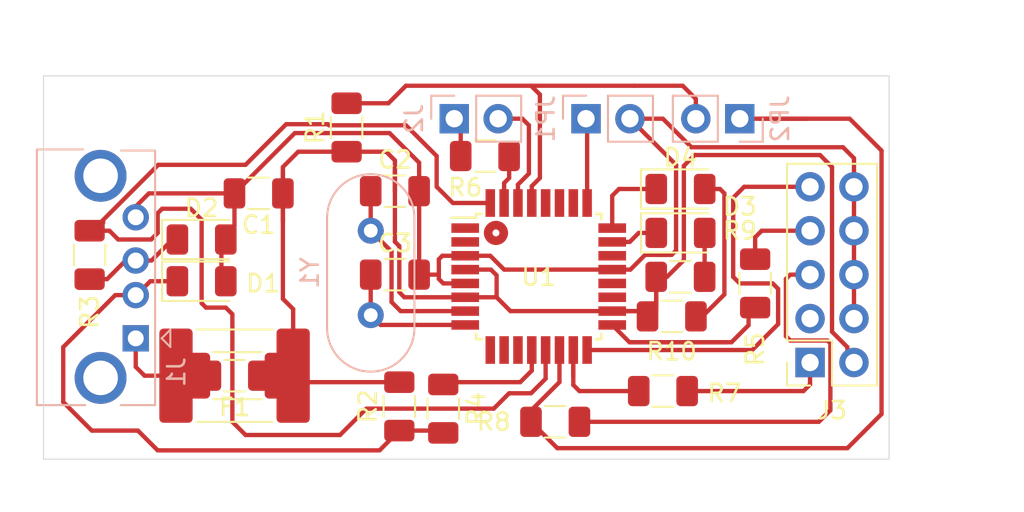
<source format=kicad_pcb>
(kicad_pcb (version 20171130) (host pcbnew "(5.1.6)-1")

  (general
    (thickness 1.6)
    (drawings 11)
    (tracks 234)
    (zones 0)
    (modules 27)
    (nets 38)
  )

  (page A4)
  (layers
    (0 F.Cu signal)
    (31 B.Cu signal)
    (32 B.Adhes user)
    (33 F.Adhes user)
    (34 B.Paste user)
    (35 F.Paste user)
    (36 B.SilkS user)
    (37 F.SilkS user)
    (38 B.Mask user)
    (39 F.Mask user)
    (40 Dwgs.User user)
    (41 Cmts.User user)
    (42 Eco1.User user)
    (43 Eco2.User user)
    (44 Edge.Cuts user)
    (45 Margin user)
    (46 B.CrtYd user)
    (47 F.CrtYd user)
    (48 B.Fab user)
    (49 F.Fab user)
  )

  (setup
    (last_trace_width 0.25)
    (trace_clearance 0.2)
    (zone_clearance 0.508)
    (zone_45_only no)
    (trace_min 0.2)
    (via_size 0.8)
    (via_drill 0.4)
    (via_min_size 0.4)
    (via_min_drill 0.3)
    (uvia_size 0.3)
    (uvia_drill 0.1)
    (uvias_allowed no)
    (uvia_min_size 0.2)
    (uvia_min_drill 0.1)
    (edge_width 0.05)
    (segment_width 0.2)
    (pcb_text_width 0.3)
    (pcb_text_size 1.5 1.5)
    (mod_edge_width 0.12)
    (mod_text_size 1 1)
    (mod_text_width 0.15)
    (pad_size 3.5 3.5)
    (pad_drill 2.3)
    (pad_to_mask_clearance 0.05)
    (aux_axis_origin 0 0)
    (visible_elements 7FFFFFFF)
    (pcbplotparams
      (layerselection 0x010fc_ffffffff)
      (usegerberextensions false)
      (usegerberattributes true)
      (usegerberadvancedattributes true)
      (creategerberjobfile true)
      (excludeedgelayer true)
      (linewidth 0.100000)
      (plotframeref false)
      (viasonmask false)
      (mode 1)
      (useauxorigin false)
      (hpglpennumber 1)
      (hpglpenspeed 20)
      (hpglpendiameter 15.000000)
      (psnegative false)
      (psa4output false)
      (plotreference true)
      (plotvalue true)
      (plotinvisibletext false)
      (padsonsilk false)
      (subtractmaskfromsilk false)
      (outputformat 1)
      (mirror false)
      (drillshape 1)
      (scaleselection 1)
      (outputdirectory ""))
  )

  (net 0 "")
  (net 1 GND)
  (net 2 +5V)
  (net 3 "Net-(C2-Pad1)")
  (net 4 "Net-(C3-Pad1)")
  (net 5 "Net-(D1-Pad1)")
  (net 6 "Net-(D2-Pad1)")
  (net 7 "Net-(D3-Pad2)")
  (net 8 "Net-(D3-Pad1)")
  (net 9 "Net-(D4-Pad2)")
  (net 10 "Net-(D4-Pad1)")
  (net 11 "Net-(J2-Pad2)")
  (net 12 "Net-(J2-Pad1)")
  (net 13 "Net-(J3-Pad9)")
  (net 14 "Net-(J3-Pad7)")
  (net 15 "Net-(J3-Pad5)")
  (net 16 "Net-(J3-Pad3)")
  (net 17 "Net-(J3-Pad1)")
  (net 18 "Net-(JP1-Pad1)")
  (net 19 "Net-(JP2-Pad2)")
  (net 20 "Net-(R4-Pad1)")
  (net 21 "Net-(R5-Pad2)")
  (net 22 "Net-(R6-Pad1)")
  (net 23 "Net-(R7-Pad2)")
  (net 24 "Net-(U1-Pad28)")
  (net 25 "Net-(U1-Pad27)")
  (net 26 "Net-(U1-Pad26)")
  (net 27 "Net-(U1-Pad22)")
  (net 28 "Net-(U1-Pad20)")
  (net 29 "Net-(U1-Pad19)")
  (net 30 "Net-(U1-Pad11)")
  (net 31 "Net-(U1-Pad10)")
  (net 32 "Net-(U1-Pad9)")
  (net 33 "Net-(U1-Pad2)")
  (net 34 "Net-(U1-Pad1)")
  (net 35 "Net-(JP2-Pad1)")
  (net 36 "Net-(R3-Pad2)")
  (net 37 "Net-(F1-Pad2)")

  (net_class Default "This is the default net class."
    (clearance 0.2)
    (trace_width 0.25)
    (via_dia 0.8)
    (via_drill 0.4)
    (uvia_dia 0.3)
    (uvia_drill 0.1)
    (add_net +5V)
    (add_net GND)
    (add_net "Net-(C2-Pad1)")
    (add_net "Net-(C3-Pad1)")
    (add_net "Net-(D1-Pad1)")
    (add_net "Net-(D2-Pad1)")
    (add_net "Net-(D3-Pad1)")
    (add_net "Net-(D3-Pad2)")
    (add_net "Net-(D4-Pad1)")
    (add_net "Net-(D4-Pad2)")
    (add_net "Net-(F1-Pad2)")
    (add_net "Net-(J2-Pad1)")
    (add_net "Net-(J2-Pad2)")
    (add_net "Net-(J3-Pad1)")
    (add_net "Net-(J3-Pad3)")
    (add_net "Net-(J3-Pad5)")
    (add_net "Net-(J3-Pad7)")
    (add_net "Net-(J3-Pad9)")
    (add_net "Net-(JP1-Pad1)")
    (add_net "Net-(JP2-Pad1)")
    (add_net "Net-(JP2-Pad2)")
    (add_net "Net-(R3-Pad2)")
    (add_net "Net-(R4-Pad1)")
    (add_net "Net-(R5-Pad2)")
    (add_net "Net-(R6-Pad1)")
    (add_net "Net-(R7-Pad2)")
    (add_net "Net-(U1-Pad1)")
    (add_net "Net-(U1-Pad10)")
    (add_net "Net-(U1-Pad11)")
    (add_net "Net-(U1-Pad19)")
    (add_net "Net-(U1-Pad2)")
    (add_net "Net-(U1-Pad20)")
    (add_net "Net-(U1-Pad22)")
    (add_net "Net-(U1-Pad26)")
    (add_net "Net-(U1-Pad27)")
    (add_net "Net-(U1-Pad28)")
    (add_net "Net-(U1-Pad9)")
  )

  (module Connector_USB:USB_A (layer B.Cu) (tedit 5FBEE46A) (tstamp 5FBF6B9D)
    (at 105.41 108.458 90)
    (descr http://www.connfly.com/userfiles/image/UpLoadFile/File/2013/5/6/DS1095.pdf)
    (tags "USB-A receptacle horizontal through-hole")
    (path /5F84A10D)
    (fp_text reference J1 (at -1.95 2.35 -90) (layer B.SilkS)
      (effects (font (size 1 1) (thickness 0.15)) (justify mirror))
    )
    (fp_text value USB_A (at 3.5 -7 -90) (layer B.Fab)
      (effects (font (size 1 1) (thickness 0.15)) (justify mirror))
    )
    (fp_text user %R (at 3.5 -5 -90) (layer B.Fab)
      (effects (font (size 1 1) (thickness 0.15)) (justify mirror))
    )
    (fp_line (start -3.75 0.13) (end -3.75 -5.588) (layer B.Fab) (width 0.1))
    (fp_line (start 10.75 1.01) (end 10.75 -5.588) (layer B.Fab) (width 0.1))
    (fp_line (start -2.87 1.01) (end 10.75 1.01) (layer B.Fab) (width 0.1))
    (fp_line (start -2.87 1.01) (end -3.75 0.13) (layer B.Fab) (width 0.1))
    (fp_line (start -5.32 1.51) (end -5.32 -6.35) (layer B.CrtYd) (width 0.05))
    (fp_line (start 12.32 -6.35) (end -5.32 -6.35) (layer B.CrtYd) (width 0.05))
    (fp_line (start 12.32 1.51) (end 12.32 -6.35) (layer B.CrtYd) (width 0.05))
    (fp_line (start -5.32 1.51) (end 12.32 1.51) (layer B.CrtYd) (width 0.05))
    (fp_line (start 10.922 -3.048) (end 10.922 -5.715) (layer B.SilkS) (width 0.12))
    (fp_line (start -3.86 1.12) (end 10.86 1.12) (layer B.SilkS) (width 0.12))
    (fp_line (start -3.86 1.12) (end -3.86 -0.86) (layer B.SilkS) (width 0.12))
    (fp_line (start 10.86 -0.86) (end 10.86 1.12) (layer B.SilkS) (width 0.12))
    (fp_line (start -0.5 2) (end 0 1.5) (layer B.SilkS) (width 0.12))
    (fp_line (start 0 1.5) (end 0.5 2) (layer B.SilkS) (width 0.12))
    (fp_line (start 0.5 2) (end -0.5 2) (layer B.SilkS) (width 0.12))
    (fp_line (start -3.8608 -2.921) (end -3.8608 -5.715) (layer B.SilkS) (width 0.12))
    (fp_line (start -3.8608 -5.715) (end 10.922 -5.715) (layer B.SilkS) (width 0.12))
    (pad 4 thru_hole circle (at 7 0 90) (size 1.524 1.524) (drill 0.92) (layers *.Cu *.Mask)
      (net 1 GND))
    (pad 3 thru_hole circle (at 4.5 0 90) (size 1.524 1.524) (drill 0.92) (layers *.Cu *.Mask)
      (net 6 "Net-(D2-Pad1)"))
    (pad 2 thru_hole circle (at 2.5 0 90) (size 1.524 1.524) (drill 0.92) (layers *.Cu *.Mask)
      (net 5 "Net-(D1-Pad1)"))
    (pad 1 thru_hole rect (at 0 0 90) (size 1.524 1.524) (drill 0.92) (layers *.Cu *.Mask)
      (net 37 "Net-(F1-Pad2)"))
    (pad 5 thru_hole circle (at -2.286 -2.032 90) (size 3 3) (drill 2) (layers *.Cu *.Mask)
      (net 1 GND))
    (pad 5 thru_hole circle (at 9.398 -2.032 90) (size 3 3) (drill 2) (layers *.Cu *.Mask)
      (net 1 GND))
    (model ${KISYS3DMOD}/Connector_USB.3dshapes/USB_A_CONNFLY_DS1095-WNR0.wrl
      (at (xyz 0 0 0))
      (scale (xyz 1 1 1))
      (rotate (xyz 0 0 0))
    )
    (model ${KIPRJMOD}/3d_content/a-usb_a-lp-c.stp
      (offset (xyz 3.5 -19.8 -1.5))
      (scale (xyz 1 1 1))
      (rotate (xyz -90 0 0))
    )
  )

  (module Fuse:Fuse_2920_7451Metric (layer F.Cu) (tedit 5B341557) (tstamp 5FBF183E)
    (at 111.125 110.617 180)
    (descr "Fuse SMD 2920 (7451 Metric), square (rectangular) end terminal, IPC_7351 nominal, (Body size from: http://www.megastar.com/products/fusetronic/polyswitch/PDF/smd2920.pdf), generated with kicad-footprint-generator")
    (tags resistor)
    (path /5FC14060)
    (attr smd)
    (fp_text reference F3 (at 1.143 -3.81) (layer F.SilkS) hide
      (effects (font (size 1 1) (thickness 0.15)))
    )
    (fp_text value Polyfuse (at -2.032 3.68) (layer F.Fab) hide
      (effects (font (size 1 1) (thickness 0.15)))
    )
    (fp_text user %R (at -0.254 -0.889) (layer F.Fab)
      (effects (font (size 1 1) (thickness 0.15)))
    )
    (fp_line (start -3.6775 2.56) (end -3.6775 -2.56) (layer F.Fab) (width 0.1))
    (fp_line (start -3.6775 -2.56) (end 3.6775 -2.56) (layer F.Fab) (width 0.1))
    (fp_line (start 3.6775 -2.56) (end 3.6775 2.56) (layer F.Fab) (width 0.1))
    (fp_line (start 3.6775 2.56) (end -3.6775 2.56) (layer F.Fab) (width 0.1))
    (fp_line (start -2.203752 -2.67) (end 2.203752 -2.67) (layer F.SilkS) (width 0.12))
    (fp_line (start -2.203752 2.67) (end 2.203752 2.67) (layer F.SilkS) (width 0.12))
    (fp_line (start -4.6 2.98) (end -4.6 -2.98) (layer F.CrtYd) (width 0.05))
    (fp_line (start -4.6 -2.98) (end 4.6 -2.98) (layer F.CrtYd) (width 0.05))
    (fp_line (start 4.6 -2.98) (end 4.6 2.98) (layer F.CrtYd) (width 0.05))
    (fp_line (start 4.6 2.98) (end -4.6 2.98) (layer F.CrtYd) (width 0.05))
    (pad 2 smd roundrect (at 3.3875 0 180) (size 1.925 5.45) (layers F.Cu F.Paste F.Mask) (roundrect_rratio 0.12987)
      (net 37 "Net-(F1-Pad2)"))
    (pad 1 smd roundrect (at -3.3875 0 180) (size 1.925 5.45) (layers F.Cu F.Paste F.Mask) (roundrect_rratio 0.12987)
      (net 2 +5V))
    (model ${KISYS3DMOD}/Fuse.3dshapes/Fuse_2920_7451Metric.wrl
      (at (xyz 0 0 0))
      (scale (xyz 1 1 1))
      (rotate (xyz 0 0 0))
    )
  )

  (module Fuse:Fuse_2010_5025Metric (layer F.Cu) (tedit 5B301BBE) (tstamp 5FBEDBB1)
    (at 111.288 110.617 180)
    (descr "Fuse SMD 2010 (5025 Metric), square (rectangular) end terminal, IPC_7351 nominal, (Body size source: http://www.tortai-tech.com/upload/download/2011102023233369053.pdf), generated with kicad-footprint-generator")
    (tags resistor)
    (path /5FBF006E)
    (attr smd)
    (fp_text reference F2 (at 3.211 -3.81) (layer F.SilkS) hide
      (effects (font (size 1 1) (thickness 0.15)))
    )
    (fp_text value Polyfuse (at 0 2.28) (layer F.Fab)
      (effects (font (size 1 1) (thickness 0.15)))
    )
    (fp_text user %R (at 0.036 1.016) (layer F.Fab)
      (effects (font (size 1 1) (thickness 0.15)))
    )
    (fp_line (start -2.5 1.25) (end -2.5 -1.25) (layer F.Fab) (width 0.1))
    (fp_line (start -2.5 -1.25) (end 2.5 -1.25) (layer F.Fab) (width 0.1))
    (fp_line (start 2.5 -1.25) (end 2.5 1.25) (layer F.Fab) (width 0.1))
    (fp_line (start 2.5 1.25) (end -2.5 1.25) (layer F.Fab) (width 0.1))
    (fp_line (start -1.402064 -1.36) (end 1.402064 -1.36) (layer F.SilkS) (width 0.12))
    (fp_line (start -1.402064 1.36) (end 1.402064 1.36) (layer F.SilkS) (width 0.12))
    (fp_line (start -3.18 1.58) (end -3.18 -1.58) (layer F.CrtYd) (width 0.05))
    (fp_line (start -3.18 -1.58) (end 3.18 -1.58) (layer F.CrtYd) (width 0.05))
    (fp_line (start 3.18 -1.58) (end 3.18 1.58) (layer F.CrtYd) (width 0.05))
    (fp_line (start 3.18 1.58) (end -3.18 1.58) (layer F.CrtYd) (width 0.05))
    (pad 2 smd roundrect (at 2.25 0 180) (size 1.35 2.65) (layers F.Cu F.Paste F.Mask) (roundrect_rratio 0.185185)
      (net 37 "Net-(F1-Pad2)"))
    (pad 1 smd roundrect (at -2.25 0 180) (size 1.35 2.65) (layers F.Cu F.Paste F.Mask) (roundrect_rratio 0.185185)
      (net 2 +5V))
    (model ${KISYS3DMOD}/Fuse.3dshapes/Fuse_2010_5025Metric.wrl
      (at (xyz 0 0 0))
      (scale (xyz 1 1 1))
      (rotate (xyz 0 0 0))
    )
  )

  (module Fuse:Fuse_1206_3216Metric (layer F.Cu) (tedit 5B301BBE) (tstamp 5FBB49A6)
    (at 111.128 110.617 180)
    (descr "Fuse SMD 1206 (3216 Metric), square (rectangular) end terminal, IPC_7351 nominal, (Body size source: http://www.tortai-tech.com/upload/download/2011102023233369053.pdf), generated with kicad-footprint-generator")
    (tags resistor)
    (path /5FCFB37F)
    (attr smd)
    (fp_text reference F1 (at 0 -1.82) (layer F.SilkS)
      (effects (font (size 1 1) (thickness 0.15)))
    )
    (fp_text value Polyfuse (at 0 1.82) (layer F.Fab)
      (effects (font (size 1 1) (thickness 0.15)))
    )
    (fp_line (start 2.28 1.12) (end -2.28 1.12) (layer F.CrtYd) (width 0.05))
    (fp_line (start 2.28 -1.12) (end 2.28 1.12) (layer F.CrtYd) (width 0.05))
    (fp_line (start -2.28 -1.12) (end 2.28 -1.12) (layer F.CrtYd) (width 0.05))
    (fp_line (start -2.28 1.12) (end -2.28 -1.12) (layer F.CrtYd) (width 0.05))
    (fp_line (start -0.602064 0.91) (end 0.602064 0.91) (layer F.SilkS) (width 0.12))
    (fp_line (start -0.602064 -0.91) (end 0.602064 -0.91) (layer F.SilkS) (width 0.12))
    (fp_line (start 1.6 0.8) (end -1.6 0.8) (layer F.Fab) (width 0.1))
    (fp_line (start 1.6 -0.8) (end 1.6 0.8) (layer F.Fab) (width 0.1))
    (fp_line (start -1.6 -0.8) (end 1.6 -0.8) (layer F.Fab) (width 0.1))
    (fp_line (start -1.6 0.8) (end -1.6 -0.8) (layer F.Fab) (width 0.1))
    (fp_text user %R (at 0 0) (layer F.Fab)
      (effects (font (size 0.8 0.8) (thickness 0.12)))
    )
    (pad 2 smd roundrect (at 1.4 0 180) (size 1.25 1.75) (layers F.Cu F.Paste F.Mask) (roundrect_rratio 0.2)
      (net 37 "Net-(F1-Pad2)"))
    (pad 1 smd roundrect (at -1.4 0 180) (size 1.25 1.75) (layers F.Cu F.Paste F.Mask) (roundrect_rratio 0.2)
      (net 2 +5V))
    (model ${KISYS3DMOD}/Fuse.3dshapes/Fuse_1206_3216Metric.wrl
      (at (xyz 0 0 0))
      (scale (xyz 1 1 1))
      (rotate (xyz 0 0 0))
    )
    (model ${KIPRJMOD}/3d_content/1812L.step
      (at (xyz 0 0 0))
      (scale (xyz 0.7 0.5 0.4))
      (rotate (xyz 0 0 0))
    )
  )

  (module Crystal:Crystal_HC49-4H_Vertical placed (layer B.Cu) (tedit 5A1AD3B7) (tstamp 5FB98EB8)
    (at 118.999 102.235 270)
    (descr "Crystal THT HC-49-4H http://5hertz.com/pdfs/04404_D.pdf")
    (tags "THT crystalHC-49-4H")
    (path /5F8232B0)
    (fp_text reference Y1 (at 2.44 3.525 270) (layer B.SilkS)
      (effects (font (size 1 1) (thickness 0.15)) (justify mirror))
    )
    (fp_text value "12 Mhz" (at 2.44 -3.525 270) (layer B.Fab)
      (effects (font (size 1 1) (thickness 0.15)) (justify mirror))
    )
    (fp_line (start 8.5 2.8) (end -3.6 2.8) (layer B.CrtYd) (width 0.05))
    (fp_line (start 8.5 -2.8) (end 8.5 2.8) (layer B.CrtYd) (width 0.05))
    (fp_line (start -3.6 -2.8) (end 8.5 -2.8) (layer B.CrtYd) (width 0.05))
    (fp_line (start -3.6 2.8) (end -3.6 -2.8) (layer B.CrtYd) (width 0.05))
    (fp_line (start -0.76 -2.525) (end 5.64 -2.525) (layer B.SilkS) (width 0.12))
    (fp_line (start -0.76 2.525) (end 5.64 2.525) (layer B.SilkS) (width 0.12))
    (fp_line (start -0.56 -2) (end 5.44 -2) (layer B.Fab) (width 0.1))
    (fp_line (start -0.56 2) (end 5.44 2) (layer B.Fab) (width 0.1))
    (fp_line (start -0.76 -2.325) (end 5.64 -2.325) (layer B.Fab) (width 0.1))
    (fp_line (start -0.76 2.325) (end 5.64 2.325) (layer B.Fab) (width 0.1))
    (fp_arc (start 5.64 0) (end 5.64 2.525) (angle -180) (layer B.SilkS) (width 0.12))
    (fp_arc (start -0.76 0) (end -0.76 2.525) (angle 180) (layer B.SilkS) (width 0.12))
    (fp_arc (start 5.44 0) (end 5.44 2) (angle -180) (layer B.Fab) (width 0.1))
    (fp_arc (start -0.56 0) (end -0.56 2) (angle 180) (layer B.Fab) (width 0.1))
    (fp_arc (start 5.64 0) (end 5.64 2.325) (angle -180) (layer B.Fab) (width 0.1))
    (fp_arc (start -0.76 0) (end -0.76 2.325) (angle 180) (layer B.Fab) (width 0.1))
    (fp_text user %R (at 2.44 0 270) (layer B.Fab)
      (effects (font (size 1 1) (thickness 0.15)) (justify mirror))
    )
    (pad 2 thru_hole circle (at 4.88 0 270) (size 1.5 1.5) (drill 0.8) (layers *.Cu *.Mask)
      (net 4 "Net-(C3-Pad1)"))
    (pad 1 thru_hole circle (at 0 0 270) (size 1.5 1.5) (drill 0.8) (layers *.Cu *.Mask)
      (net 3 "Net-(C2-Pad1)"))
    (model ${KISYS3DMOD}/Crystal.3dshapes/Crystal_HC49-4H_Vertical.wrl
      (at (xyz 0 0 0))
      (scale (xyz 1 1 1))
      (rotate (xyz 0 0 0))
    )
  )

  (module Package_QFP:TQFP-32_7x7mm_P0.8mm placed (layer F.Cu) (tedit 5A02F146) (tstamp 5FB98EA1)
    (at 128.71 104.883)
    (descr "32-Lead Plastic Thin Quad Flatpack (PT) - 7x7x1.0 mm Body, 2.00 mm [TQFP] (see Microchip Packaging Specification 00000049BS.pdf)")
    (tags "QFP 0.8")
    (path /5F825A8D)
    (attr smd)
    (fp_text reference U1 (at 0 0.019) (layer F.SilkS)
      (effects (font (size 1 1) (thickness 0.15)))
    )
    (fp_text value ATmega8A-AU (at 0 6.05) (layer F.Fab)
      (effects (font (size 1 1) (thickness 0.15)))
    )
    (fp_line (start -3.625 -3.4) (end -5.05 -3.4) (layer F.SilkS) (width 0.15))
    (fp_line (start 3.625 -3.625) (end 3.3 -3.625) (layer F.SilkS) (width 0.15))
    (fp_line (start 3.625 3.625) (end 3.3 3.625) (layer F.SilkS) (width 0.15))
    (fp_line (start -3.625 3.625) (end -3.3 3.625) (layer F.SilkS) (width 0.15))
    (fp_line (start -3.625 -3.625) (end -3.3 -3.625) (layer F.SilkS) (width 0.15))
    (fp_line (start -3.625 3.625) (end -3.625 3.3) (layer F.SilkS) (width 0.15))
    (fp_line (start 3.625 3.625) (end 3.625 3.3) (layer F.SilkS) (width 0.15))
    (fp_line (start 3.625 -3.625) (end 3.625 -3.3) (layer F.SilkS) (width 0.15))
    (fp_line (start -3.625 -3.625) (end -3.625 -3.4) (layer F.SilkS) (width 0.15))
    (fp_line (start -5.3 5.3) (end 5.3 5.3) (layer F.CrtYd) (width 0.05))
    (fp_line (start -5.3 -5.3) (end 5.3 -5.3) (layer F.CrtYd) (width 0.05))
    (fp_line (start 5.3 -5.3) (end 5.3 5.3) (layer F.CrtYd) (width 0.05))
    (fp_line (start -5.3 -5.3) (end -5.3 5.3) (layer F.CrtYd) (width 0.05))
    (fp_line (start -3.5 -2.5) (end -2.5 -3.5) (layer F.Fab) (width 0.15))
    (fp_line (start -3.5 3.5) (end -3.5 -2.5) (layer F.Fab) (width 0.15))
    (fp_line (start 3.5 3.5) (end -3.5 3.5) (layer F.Fab) (width 0.15))
    (fp_line (start 3.5 -3.5) (end 3.5 3.5) (layer F.Fab) (width 0.15))
    (fp_line (start -2.5 -3.5) (end 3.5 -3.5) (layer F.Fab) (width 0.15))
    (fp_text user %R (at 0 0) (layer F.Fab)
      (effects (font (size 1 1) (thickness 0.15)))
    )
    (pad 32 smd rect (at -2.8 -4.25 90) (size 1.6 0.55) (layers F.Cu F.Paste F.Mask)
      (net 36 "Net-(R3-Pad2)"))
    (pad 31 smd rect (at -2 -4.25 90) (size 1.6 0.55) (layers F.Cu F.Paste F.Mask)
      (net 22 "Net-(R6-Pad1)"))
    (pad 30 smd rect (at -1.2 -4.25 90) (size 1.6 0.55) (layers F.Cu F.Paste F.Mask)
      (net 11 "Net-(J2-Pad2)"))
    (pad 29 smd rect (at -0.4 -4.25 90) (size 1.6 0.55) (layers F.Cu F.Paste F.Mask)
      (net 19 "Net-(JP2-Pad2)"))
    (pad 28 smd rect (at 0.4 -4.25 90) (size 1.6 0.55) (layers F.Cu F.Paste F.Mask)
      (net 24 "Net-(U1-Pad28)"))
    (pad 27 smd rect (at 1.2 -4.25 90) (size 1.6 0.55) (layers F.Cu F.Paste F.Mask)
      (net 25 "Net-(U1-Pad27)"))
    (pad 26 smd rect (at 2 -4.25 90) (size 1.6 0.55) (layers F.Cu F.Paste F.Mask)
      (net 26 "Net-(U1-Pad26)"))
    (pad 25 smd rect (at 2.8 -4.25 90) (size 1.6 0.55) (layers F.Cu F.Paste F.Mask)
      (net 18 "Net-(JP1-Pad1)"))
    (pad 24 smd rect (at 4.25 -2.8) (size 1.6 0.55) (layers F.Cu F.Paste F.Mask)
      (net 10 "Net-(D4-Pad1)"))
    (pad 23 smd rect (at 4.25 -2) (size 1.6 0.55) (layers F.Cu F.Paste F.Mask)
      (net 8 "Net-(D3-Pad1)"))
    (pad 22 smd rect (at 4.25 -1.2) (size 1.6 0.55) (layers F.Cu F.Paste F.Mask)
      (net 27 "Net-(U1-Pad22)"))
    (pad 21 smd rect (at 4.25 -0.4) (size 1.6 0.55) (layers F.Cu F.Paste F.Mask)
      (net 1 GND))
    (pad 20 smd rect (at 4.25 0.4) (size 1.6 0.55) (layers F.Cu F.Paste F.Mask)
      (net 28 "Net-(U1-Pad20)"))
    (pad 19 smd rect (at 4.25 1.2) (size 1.6 0.55) (layers F.Cu F.Paste F.Mask)
      (net 29 "Net-(U1-Pad19)"))
    (pad 18 smd rect (at 4.25 2) (size 1.6 0.55) (layers F.Cu F.Paste F.Mask)
      (net 2 +5V))
    (pad 17 smd rect (at 4.25 2.8) (size 1.6 0.55) (layers F.Cu F.Paste F.Mask)
      (net 21 "Net-(R5-Pad2)"))
    (pad 16 smd rect (at 2.8 4.25 90) (size 1.6 0.55) (layers F.Cu F.Paste F.Mask)
      (net 13 "Net-(J3-Pad9)"))
    (pad 15 smd rect (at 2 4.25 90) (size 1.6 0.55) (layers F.Cu F.Paste F.Mask)
      (net 23 "Net-(R7-Pad2)"))
    (pad 14 smd rect (at 1.2 4.25 90) (size 1.6 0.55) (layers F.Cu F.Paste F.Mask)
      (net 35 "Net-(JP2-Pad1)"))
    (pad 13 smd rect (at 0.4 4.25 90) (size 1.6 0.55) (layers F.Cu F.Paste F.Mask)
      (net 36 "Net-(R3-Pad2)"))
    (pad 12 smd rect (at -0.4 4.25 90) (size 1.6 0.55) (layers F.Cu F.Paste F.Mask)
      (net 20 "Net-(R4-Pad1)"))
    (pad 11 smd rect (at -1.2 4.25 90) (size 1.6 0.55) (layers F.Cu F.Paste F.Mask)
      (net 30 "Net-(U1-Pad11)"))
    (pad 10 smd rect (at -2 4.25 90) (size 1.6 0.55) (layers F.Cu F.Paste F.Mask)
      (net 31 "Net-(U1-Pad10)"))
    (pad 9 smd rect (at -2.8 4.25 90) (size 1.6 0.55) (layers F.Cu F.Paste F.Mask)
      (net 32 "Net-(U1-Pad9)"))
    (pad 8 smd rect (at -4.25 2.8) (size 1.6 0.55) (layers F.Cu F.Paste F.Mask)
      (net 4 "Net-(C3-Pad1)"))
    (pad 7 smd rect (at -4.25 2) (size 1.6 0.55) (layers F.Cu F.Paste F.Mask)
      (net 3 "Net-(C2-Pad1)"))
    (pad 6 smd rect (at -4.25 1.2) (size 1.6 0.55) (layers F.Cu F.Paste F.Mask)
      (net 2 +5V))
    (pad 5 smd rect (at -4.25 0.4) (size 1.6 0.55) (layers F.Cu F.Paste F.Mask)
      (net 1 GND))
    (pad 4 smd rect (at -4.25 -0.4) (size 1.6 0.55) (layers F.Cu F.Paste F.Mask)
      (net 2 +5V))
    (pad 3 smd rect (at -4.25 -1.2) (size 1.6 0.55) (layers F.Cu F.Paste F.Mask)
      (net 1 GND))
    (pad 2 smd rect (at -4.25 -2) (size 1.6 0.55) (layers F.Cu F.Paste F.Mask)
      (net 33 "Net-(U1-Pad2)"))
    (pad 1 smd rect (at -4.25 -2.8) (size 1.6 0.55) (layers F.Cu F.Paste F.Mask)
      (net 34 "Net-(U1-Pad1)"))
    (model ${KIPRJMOD}/3d_content/atmega8.step
      (offset (xyz -1.2 1.2 0.6))
      (scale (xyz 1 1 1))
      (rotate (xyz -90 0 0))
    )
  )

  (module Resistor_SMD:R_1206_3216Metric placed (layer F.Cu) (tedit 5B301BBD) (tstamp 5FB98E6A)
    (at 136.401 107.188)
    (descr "Resistor SMD 1206 (3216 Metric), square (rectangular) end terminal, IPC_7351 nominal, (Body size source: http://www.tortai-tech.com/upload/download/2011102023233369053.pdf), generated with kicad-footprint-generator")
    (tags resistor)
    (path /5F8B1B5A)
    (attr smd)
    (fp_text reference R10 (at -0.003 2.032) (layer F.SilkS)
      (effects (font (size 1 1) (thickness 0.15)))
    )
    (fp_text value 1K (at 0 1.82) (layer F.Fab)
      (effects (font (size 1 1) (thickness 0.15)))
    )
    (fp_line (start 2.28 1.12) (end -2.28 1.12) (layer F.CrtYd) (width 0.05))
    (fp_line (start 2.28 -1.12) (end 2.28 1.12) (layer F.CrtYd) (width 0.05))
    (fp_line (start -2.28 -1.12) (end 2.28 -1.12) (layer F.CrtYd) (width 0.05))
    (fp_line (start -2.28 1.12) (end -2.28 -1.12) (layer F.CrtYd) (width 0.05))
    (fp_line (start -0.602064 0.91) (end 0.602064 0.91) (layer F.SilkS) (width 0.12))
    (fp_line (start -0.602064 -0.91) (end 0.602064 -0.91) (layer F.SilkS) (width 0.12))
    (fp_line (start 1.6 0.8) (end -1.6 0.8) (layer F.Fab) (width 0.1))
    (fp_line (start 1.6 -0.8) (end 1.6 0.8) (layer F.Fab) (width 0.1))
    (fp_line (start -1.6 -0.8) (end 1.6 -0.8) (layer F.Fab) (width 0.1))
    (fp_line (start -1.6 0.8) (end -1.6 -0.8) (layer F.Fab) (width 0.1))
    (fp_text user %R (at 0 0) (layer F.Fab)
      (effects (font (size 0.8 0.8) (thickness 0.12)))
    )
    (pad 2 smd roundrect (at 1.4 0) (size 1.25 1.75) (layers F.Cu F.Paste F.Mask) (roundrect_rratio 0.2)
      (net 9 "Net-(D4-Pad2)"))
    (pad 1 smd roundrect (at -1.4 0) (size 1.25 1.75) (layers F.Cu F.Paste F.Mask) (roundrect_rratio 0.2)
      (net 2 +5V))
    (model ${KISYS3DMOD}/Resistor_SMD.3dshapes/R_1206_3216Metric.wrl
      (at (xyz 0 0 0))
      (scale (xyz 1 1 1))
      (rotate (xyz 0 0 0))
    )
  )

  (module Resistor_SMD:R_1206_3216Metric placed (layer F.Cu) (tedit 5B301BBD) (tstamp 5FB98E59)
    (at 136.903 104.902)
    (descr "Resistor SMD 1206 (3216 Metric), square (rectangular) end terminal, IPC_7351 nominal, (Body size source: http://www.tortai-tech.com/upload/download/2011102023233369053.pdf), generated with kicad-footprint-generator")
    (tags resistor)
    (path /5F8B1019)
    (attr smd)
    (fp_text reference R9 (at 3.432 -2.667) (layer F.SilkS)
      (effects (font (size 1 1) (thickness 0.15)))
    )
    (fp_text value 1K (at 0 1.82) (layer F.Fab)
      (effects (font (size 1 1) (thickness 0.15)))
    )
    (fp_line (start 2.28 1.12) (end -2.28 1.12) (layer F.CrtYd) (width 0.05))
    (fp_line (start 2.28 -1.12) (end 2.28 1.12) (layer F.CrtYd) (width 0.05))
    (fp_line (start -2.28 -1.12) (end 2.28 -1.12) (layer F.CrtYd) (width 0.05))
    (fp_line (start -2.28 1.12) (end -2.28 -1.12) (layer F.CrtYd) (width 0.05))
    (fp_line (start -0.602064 0.91) (end 0.602064 0.91) (layer F.SilkS) (width 0.12))
    (fp_line (start -0.602064 -0.91) (end 0.602064 -0.91) (layer F.SilkS) (width 0.12))
    (fp_line (start 1.6 0.8) (end -1.6 0.8) (layer F.Fab) (width 0.1))
    (fp_line (start 1.6 -0.8) (end 1.6 0.8) (layer F.Fab) (width 0.1))
    (fp_line (start -1.6 -0.8) (end 1.6 -0.8) (layer F.Fab) (width 0.1))
    (fp_line (start -1.6 0.8) (end -1.6 -0.8) (layer F.Fab) (width 0.1))
    (fp_text user %R (at 0 0) (layer F.Fab)
      (effects (font (size 0.8 0.8) (thickness 0.12)))
    )
    (pad 2 smd roundrect (at 1.4 0) (size 1.25 1.75) (layers F.Cu F.Paste F.Mask) (roundrect_rratio 0.2)
      (net 7 "Net-(D3-Pad2)"))
    (pad 1 smd roundrect (at -1.4 0) (size 1.25 1.75) (layers F.Cu F.Paste F.Mask) (roundrect_rratio 0.2)
      (net 2 +5V))
    (model ${KISYS3DMOD}/Resistor_SMD.3dshapes/R_1206_3216Metric.wrl
      (at (xyz 0 0 0))
      (scale (xyz 1 1 1))
      (rotate (xyz 0 0 0))
    )
  )

  (module Resistor_SMD:R_1206_3216Metric placed (layer F.Cu) (tedit 5B301BBD) (tstamp 5FB98E48)
    (at 129.664 113.284 180)
    (descr "Resistor SMD 1206 (3216 Metric), square (rectangular) end terminal, IPC_7351 nominal, (Body size source: http://www.tortai-tech.com/upload/download/2011102023233369053.pdf), generated with kicad-footprint-generator")
    (tags resistor)
    (path /5F87CCD3)
    (attr smd)
    (fp_text reference R8 (at 3.553 0) (layer F.SilkS)
      (effects (font (size 1 1) (thickness 0.15)))
    )
    (fp_text value 270 (at 0 1.82) (layer F.Fab)
      (effects (font (size 1 1) (thickness 0.15)))
    )
    (fp_line (start 2.28 1.12) (end -2.28 1.12) (layer F.CrtYd) (width 0.05))
    (fp_line (start 2.28 -1.12) (end 2.28 1.12) (layer F.CrtYd) (width 0.05))
    (fp_line (start -2.28 -1.12) (end 2.28 -1.12) (layer F.CrtYd) (width 0.05))
    (fp_line (start -2.28 1.12) (end -2.28 -1.12) (layer F.CrtYd) (width 0.05))
    (fp_line (start -0.602064 0.91) (end 0.602064 0.91) (layer F.SilkS) (width 0.12))
    (fp_line (start -0.602064 -0.91) (end 0.602064 -0.91) (layer F.SilkS) (width 0.12))
    (fp_line (start 1.6 0.8) (end -1.6 0.8) (layer F.Fab) (width 0.1))
    (fp_line (start 1.6 -0.8) (end 1.6 0.8) (layer F.Fab) (width 0.1))
    (fp_line (start -1.6 -0.8) (end 1.6 -0.8) (layer F.Fab) (width 0.1))
    (fp_line (start -1.6 0.8) (end -1.6 -0.8) (layer F.Fab) (width 0.1))
    (fp_text user %R (at 0 0) (layer F.Fab)
      (effects (font (size 0.8 0.8) (thickness 0.12)))
    )
    (pad 2 smd roundrect (at 1.4 0 180) (size 1.25 1.75) (layers F.Cu F.Paste F.Mask) (roundrect_rratio 0.2)
      (net 35 "Net-(JP2-Pad1)"))
    (pad 1 smd roundrect (at -1.4 0 180) (size 1.25 1.75) (layers F.Cu F.Paste F.Mask) (roundrect_rratio 0.2)
      (net 15 "Net-(J3-Pad5)"))
    (model ${KISYS3DMOD}/Resistor_SMD.3dshapes/R_1206_3216Metric.wrl
      (at (xyz 0 0 0))
      (scale (xyz 1 1 1))
      (rotate (xyz 0 0 0))
    )
  )

  (module Resistor_SMD:R_1206_3216Metric placed (layer F.Cu) (tedit 5B301BBD) (tstamp 5FB98E37)
    (at 135.893 111.506 180)
    (descr "Resistor SMD 1206 (3216 Metric), square (rectangular) end terminal, IPC_7351 nominal, (Body size source: http://www.tortai-tech.com/upload/download/2011102023233369053.pdf), generated with kicad-footprint-generator")
    (tags resistor)
    (path /5F87E26E)
    (attr smd)
    (fp_text reference R7 (at -3.553 -0.127 180) (layer F.SilkS)
      (effects (font (size 1 1) (thickness 0.15)))
    )
    (fp_text value 270 (at 0 1.82 180) (layer F.Fab)
      (effects (font (size 1 1) (thickness 0.15)))
    )
    (fp_line (start 2.28 1.12) (end -2.28 1.12) (layer F.CrtYd) (width 0.05))
    (fp_line (start 2.28 -1.12) (end 2.28 1.12) (layer F.CrtYd) (width 0.05))
    (fp_line (start -2.28 -1.12) (end 2.28 -1.12) (layer F.CrtYd) (width 0.05))
    (fp_line (start -2.28 1.12) (end -2.28 -1.12) (layer F.CrtYd) (width 0.05))
    (fp_line (start -0.602064 0.91) (end 0.602064 0.91) (layer F.SilkS) (width 0.12))
    (fp_line (start -0.602064 -0.91) (end 0.602064 -0.91) (layer F.SilkS) (width 0.12))
    (fp_line (start 1.6 0.8) (end -1.6 0.8) (layer F.Fab) (width 0.1))
    (fp_line (start 1.6 -0.8) (end 1.6 0.8) (layer F.Fab) (width 0.1))
    (fp_line (start -1.6 -0.8) (end 1.6 -0.8) (layer F.Fab) (width 0.1))
    (fp_line (start -1.6 0.8) (end -1.6 -0.8) (layer F.Fab) (width 0.1))
    (fp_text user %R (at 0 0 180) (layer F.Fab)
      (effects (font (size 0.8 0.8) (thickness 0.12)))
    )
    (pad 2 smd roundrect (at 1.4 0 180) (size 1.25 1.75) (layers F.Cu F.Paste F.Mask) (roundrect_rratio 0.2)
      (net 23 "Net-(R7-Pad2)"))
    (pad 1 smd roundrect (at -1.4 0 180) (size 1.25 1.75) (layers F.Cu F.Paste F.Mask) (roundrect_rratio 0.2)
      (net 17 "Net-(J3-Pad1)"))
    (model ${KISYS3DMOD}/Resistor_SMD.3dshapes/R_1206_3216Metric.wrl
      (at (xyz 0 0 0))
      (scale (xyz 1 1 1))
      (rotate (xyz 0 0 0))
    )
  )

  (module Resistor_SMD:R_1206_3216Metric placed (layer F.Cu) (tedit 5B301BBD) (tstamp 5FB98E26)
    (at 125.6 97.917 180)
    (descr "Resistor SMD 1206 (3216 Metric), square (rectangular) end terminal, IPC_7351 nominal, (Body size source: http://www.tortai-tech.com/upload/download/2011102023233369053.pdf), generated with kicad-footprint-generator")
    (tags resistor)
    (path /5F88EEFB)
    (attr smd)
    (fp_text reference R6 (at 1.14 -1.82) (layer F.SilkS)
      (effects (font (size 1 1) (thickness 0.15)))
    )
    (fp_text value 270 (at 0 1.82) (layer F.Fab)
      (effects (font (size 1 1) (thickness 0.15)))
    )
    (fp_line (start 2.28 1.12) (end -2.28 1.12) (layer F.CrtYd) (width 0.05))
    (fp_line (start 2.28 -1.12) (end 2.28 1.12) (layer F.CrtYd) (width 0.05))
    (fp_line (start -2.28 -1.12) (end 2.28 -1.12) (layer F.CrtYd) (width 0.05))
    (fp_line (start -2.28 1.12) (end -2.28 -1.12) (layer F.CrtYd) (width 0.05))
    (fp_line (start -0.602064 0.91) (end 0.602064 0.91) (layer F.SilkS) (width 0.12))
    (fp_line (start -0.602064 -0.91) (end 0.602064 -0.91) (layer F.SilkS) (width 0.12))
    (fp_line (start 1.6 0.8) (end -1.6 0.8) (layer F.Fab) (width 0.1))
    (fp_line (start 1.6 -0.8) (end 1.6 0.8) (layer F.Fab) (width 0.1))
    (fp_line (start -1.6 -0.8) (end 1.6 -0.8) (layer F.Fab) (width 0.1))
    (fp_line (start -1.6 0.8) (end -1.6 -0.8) (layer F.Fab) (width 0.1))
    (fp_text user %R (at 0 0) (layer F.Fab)
      (effects (font (size 0.8 0.8) (thickness 0.12)))
    )
    (pad 2 smd roundrect (at 1.4 0 180) (size 1.25 1.75) (layers F.Cu F.Paste F.Mask) (roundrect_rratio 0.2)
      (net 12 "Net-(J2-Pad1)"))
    (pad 1 smd roundrect (at -1.4 0 180) (size 1.25 1.75) (layers F.Cu F.Paste F.Mask) (roundrect_rratio 0.2)
      (net 22 "Net-(R6-Pad1)"))
    (model ${KISYS3DMOD}/Resistor_SMD.3dshapes/R_1206_3216Metric.wrl
      (at (xyz 0 0 0))
      (scale (xyz 1 1 1))
      (rotate (xyz 0 0 0))
    )
  )

  (module Resistor_SMD:R_1206_3216Metric placed (layer F.Cu) (tedit 5B301BBD) (tstamp 5FB98E15)
    (at 141.224 105.28 270)
    (descr "Resistor SMD 1206 (3216 Metric), square (rectangular) end terminal, IPC_7351 nominal, (Body size source: http://www.tortai-tech.com/upload/download/2011102023233369053.pdf), generated with kicad-footprint-generator")
    (tags resistor)
    (path /5F88AEB5)
    (attr smd)
    (fp_text reference R5 (at 3.813 0 90) (layer F.SilkS)
      (effects (font (size 1 1) (thickness 0.15)))
    )
    (fp_text value 270 (at 0 1.82 90) (layer F.Fab)
      (effects (font (size 1 1) (thickness 0.15)))
    )
    (fp_line (start 2.28 1.12) (end -2.28 1.12) (layer F.CrtYd) (width 0.05))
    (fp_line (start 2.28 -1.12) (end 2.28 1.12) (layer F.CrtYd) (width 0.05))
    (fp_line (start -2.28 -1.12) (end 2.28 -1.12) (layer F.CrtYd) (width 0.05))
    (fp_line (start -2.28 1.12) (end -2.28 -1.12) (layer F.CrtYd) (width 0.05))
    (fp_line (start -0.602064 0.91) (end 0.602064 0.91) (layer F.SilkS) (width 0.12))
    (fp_line (start -0.602064 -0.91) (end 0.602064 -0.91) (layer F.SilkS) (width 0.12))
    (fp_line (start 1.6 0.8) (end -1.6 0.8) (layer F.Fab) (width 0.1))
    (fp_line (start 1.6 -0.8) (end 1.6 0.8) (layer F.Fab) (width 0.1))
    (fp_line (start -1.6 -0.8) (end 1.6 -0.8) (layer F.Fab) (width 0.1))
    (fp_line (start -1.6 0.8) (end -1.6 -0.8) (layer F.Fab) (width 0.1))
    (fp_text user %R (at 0 0 90) (layer F.Fab)
      (effects (font (size 0.8 0.8) (thickness 0.12)))
    )
    (pad 2 smd roundrect (at 1.4 0 270) (size 1.25 1.75) (layers F.Cu F.Paste F.Mask) (roundrect_rratio 0.2)
      (net 21 "Net-(R5-Pad2)"))
    (pad 1 smd roundrect (at -1.4 0 270) (size 1.25 1.75) (layers F.Cu F.Paste F.Mask) (roundrect_rratio 0.2)
      (net 14 "Net-(J3-Pad7)"))
    (model ${KISYS3DMOD}/Resistor_SMD.3dshapes/R_1206_3216Metric.wrl
      (at (xyz 0 0 0))
      (scale (xyz 1 1 1))
      (rotate (xyz 0 0 0))
    )
  )

  (module Resistor_SMD:R_1206_3216Metric placed (layer F.Cu) (tedit 5B301BBD) (tstamp 5FB98E04)
    (at 123.19 112.525 270)
    (descr "Resistor SMD 1206 (3216 Metric), square (rectangular) end terminal, IPC_7351 nominal, (Body size source: http://www.tortai-tech.com/upload/download/2011102023233369053.pdf), generated with kicad-footprint-generator")
    (tags resistor)
    (path /5F86DAEE)
    (attr smd)
    (fp_text reference R4 (at 0 -1.905 270) (layer F.SilkS)
      (effects (font (size 1 1) (thickness 0.15)))
    )
    (fp_text value 68 (at 0 1.82 270) (layer F.Fab)
      (effects (font (size 1 1) (thickness 0.15)))
    )
    (fp_line (start 2.28 1.12) (end -2.28 1.12) (layer F.CrtYd) (width 0.05))
    (fp_line (start 2.28 -1.12) (end 2.28 1.12) (layer F.CrtYd) (width 0.05))
    (fp_line (start -2.28 -1.12) (end 2.28 -1.12) (layer F.CrtYd) (width 0.05))
    (fp_line (start -2.28 1.12) (end -2.28 -1.12) (layer F.CrtYd) (width 0.05))
    (fp_line (start -0.602064 0.91) (end 0.602064 0.91) (layer F.SilkS) (width 0.12))
    (fp_line (start -0.602064 -0.91) (end 0.602064 -0.91) (layer F.SilkS) (width 0.12))
    (fp_line (start 1.6 0.8) (end -1.6 0.8) (layer F.Fab) (width 0.1))
    (fp_line (start 1.6 -0.8) (end 1.6 0.8) (layer F.Fab) (width 0.1))
    (fp_line (start -1.6 -0.8) (end 1.6 -0.8) (layer F.Fab) (width 0.1))
    (fp_line (start -1.6 0.8) (end -1.6 -0.8) (layer F.Fab) (width 0.1))
    (fp_text user %R (at 0 0 270) (layer F.Fab)
      (effects (font (size 0.8 0.8) (thickness 0.12)))
    )
    (pad 2 smd roundrect (at 1.4 0 270) (size 1.25 1.75) (layers F.Cu F.Paste F.Mask) (roundrect_rratio 0.2)
      (net 5 "Net-(D1-Pad1)"))
    (pad 1 smd roundrect (at -1.4 0 270) (size 1.25 1.75) (layers F.Cu F.Paste F.Mask) (roundrect_rratio 0.2)
      (net 20 "Net-(R4-Pad1)"))
    (model ${KISYS3DMOD}/Resistor_SMD.3dshapes/R_1206_3216Metric.wrl
      (at (xyz 0 0 0))
      (scale (xyz 1 1 1))
      (rotate (xyz 0 0 0))
    )
  )

  (module Resistor_SMD:R_1206_3216Metric placed (layer F.Cu) (tedit 5B301BBD) (tstamp 5FB98DF3)
    (at 102.743 103.635 90)
    (descr "Resistor SMD 1206 (3216 Metric), square (rectangular) end terminal, IPC_7351 nominal, (Body size source: http://www.tortai-tech.com/upload/download/2011102023233369053.pdf), generated with kicad-footprint-generator")
    (tags resistor)
    (path /5F87152B)
    (attr smd)
    (fp_text reference R3 (at -3.299 0 -90) (layer F.SilkS)
      (effects (font (size 1 1) (thickness 0.15)))
    )
    (fp_text value 68 (at 0 1.82 -90) (layer F.Fab)
      (effects (font (size 1 1) (thickness 0.15)))
    )
    (fp_line (start 2.28 1.12) (end -2.28 1.12) (layer F.CrtYd) (width 0.05))
    (fp_line (start 2.28 -1.12) (end 2.28 1.12) (layer F.CrtYd) (width 0.05))
    (fp_line (start -2.28 -1.12) (end 2.28 -1.12) (layer F.CrtYd) (width 0.05))
    (fp_line (start -2.28 1.12) (end -2.28 -1.12) (layer F.CrtYd) (width 0.05))
    (fp_line (start -0.602064 0.91) (end 0.602064 0.91) (layer F.SilkS) (width 0.12))
    (fp_line (start -0.602064 -0.91) (end 0.602064 -0.91) (layer F.SilkS) (width 0.12))
    (fp_line (start 1.6 0.8) (end -1.6 0.8) (layer F.Fab) (width 0.1))
    (fp_line (start 1.6 -0.8) (end 1.6 0.8) (layer F.Fab) (width 0.1))
    (fp_line (start -1.6 -0.8) (end 1.6 -0.8) (layer F.Fab) (width 0.1))
    (fp_line (start -1.6 0.8) (end -1.6 -0.8) (layer F.Fab) (width 0.1))
    (fp_text user %R (at 0 0 -90) (layer F.Fab)
      (effects (font (size 0.8 0.8) (thickness 0.12)))
    )
    (pad 2 smd roundrect (at 1.4 0 90) (size 1.25 1.75) (layers F.Cu F.Paste F.Mask) (roundrect_rratio 0.2)
      (net 36 "Net-(R3-Pad2)"))
    (pad 1 smd roundrect (at -1.4 0 90) (size 1.25 1.75) (layers F.Cu F.Paste F.Mask) (roundrect_rratio 0.2)
      (net 6 "Net-(D2-Pad1)"))
    (model ${KISYS3DMOD}/Resistor_SMD.3dshapes/R_1206_3216Metric.wrl
      (at (xyz 0 0 0))
      (scale (xyz 1 1 1))
      (rotate (xyz 0 0 0))
    )
  )

  (module Resistor_SMD:R_1206_3216Metric placed (layer F.Cu) (tedit 5B301BBD) (tstamp 5FB98DE2)
    (at 120.65 112.392 90)
    (descr "Resistor SMD 1206 (3216 Metric), square (rectangular) end terminal, IPC_7351 nominal, (Body size source: http://www.tortai-tech.com/upload/download/2011102023233369053.pdf), generated with kicad-footprint-generator")
    (tags resistor)
    (path /5F866972)
    (attr smd)
    (fp_text reference R2 (at 0 -1.82 -90) (layer F.SilkS)
      (effects (font (size 1 1) (thickness 0.15)))
    )
    (fp_text value 2.2K (at 0 1.82 -90) (layer F.Fab)
      (effects (font (size 1 1) (thickness 0.15)))
    )
    (fp_line (start 2.28 1.12) (end -2.28 1.12) (layer F.CrtYd) (width 0.05))
    (fp_line (start 2.28 -1.12) (end 2.28 1.12) (layer F.CrtYd) (width 0.05))
    (fp_line (start -2.28 -1.12) (end 2.28 -1.12) (layer F.CrtYd) (width 0.05))
    (fp_line (start -2.28 1.12) (end -2.28 -1.12) (layer F.CrtYd) (width 0.05))
    (fp_line (start -0.602064 0.91) (end 0.602064 0.91) (layer F.SilkS) (width 0.12))
    (fp_line (start -0.602064 -0.91) (end 0.602064 -0.91) (layer F.SilkS) (width 0.12))
    (fp_line (start 1.6 0.8) (end -1.6 0.8) (layer F.Fab) (width 0.1))
    (fp_line (start 1.6 -0.8) (end 1.6 0.8) (layer F.Fab) (width 0.1))
    (fp_line (start -1.6 -0.8) (end 1.6 -0.8) (layer F.Fab) (width 0.1))
    (fp_line (start -1.6 0.8) (end -1.6 -0.8) (layer F.Fab) (width 0.1))
    (fp_text user %R (at 0 0 -90) (layer F.Fab)
      (effects (font (size 0.8 0.8) (thickness 0.12)))
    )
    (pad 2 smd roundrect (at 1.4 0 90) (size 1.25 1.75) (layers F.Cu F.Paste F.Mask) (roundrect_rratio 0.2)
      (net 2 +5V))
    (pad 1 smd roundrect (at -1.4 0 90) (size 1.25 1.75) (layers F.Cu F.Paste F.Mask) (roundrect_rratio 0.2)
      (net 5 "Net-(D1-Pad1)"))
    (model ${KISYS3DMOD}/Resistor_SMD.3dshapes/R_1206_3216Metric.wrl
      (at (xyz 0 0 0))
      (scale (xyz 1 1 1))
      (rotate (xyz 0 0 0))
    )
  )

  (module Resistor_SMD:R_1206_3216Metric placed (layer F.Cu) (tedit 5B301BBD) (tstamp 5FB98DD1)
    (at 117.602 96.266 90)
    (descr "Resistor SMD 1206 (3216 Metric), square (rectangular) end terminal, IPC_7351 nominal, (Body size source: http://www.tortai-tech.com/upload/download/2011102023233369053.pdf), generated with kicad-footprint-generator")
    (tags resistor)
    (path /5F822C31)
    (attr smd)
    (fp_text reference R1 (at 0 -1.82 -90) (layer F.SilkS)
      (effects (font (size 1 1) (thickness 0.15)))
    )
    (fp_text value 10K (at 0 1.82 -90) (layer F.Fab)
      (effects (font (size 1 1) (thickness 0.15)))
    )
    (fp_line (start -1.6 0.8) (end -1.6 -0.8) (layer F.Fab) (width 0.1))
    (fp_line (start -1.6 -0.8) (end 1.6 -0.8) (layer F.Fab) (width 0.1))
    (fp_line (start 1.6 -0.8) (end 1.6 0.8) (layer F.Fab) (width 0.1))
    (fp_line (start 1.6 0.8) (end -1.6 0.8) (layer F.Fab) (width 0.1))
    (fp_line (start -0.602064 -0.91) (end 0.602064 -0.91) (layer F.SilkS) (width 0.12))
    (fp_line (start -0.602064 0.91) (end 0.602064 0.91) (layer F.SilkS) (width 0.12))
    (fp_line (start -2.28 1.12) (end -2.28 -1.12) (layer F.CrtYd) (width 0.05))
    (fp_line (start -2.28 -1.12) (end 2.28 -1.12) (layer F.CrtYd) (width 0.05))
    (fp_line (start 2.28 -1.12) (end 2.28 1.12) (layer F.CrtYd) (width 0.05))
    (fp_line (start 2.28 1.12) (end -2.28 1.12) (layer F.CrtYd) (width 0.05))
    (fp_text user %R (at 0 0 -90) (layer F.Fab)
      (effects (font (size 0.8 0.8) (thickness 0.12)))
    )
    (pad 1 smd roundrect (at -1.4 0 90) (size 1.25 1.75) (layers F.Cu F.Paste F.Mask) (roundrect_rratio 0.2)
      (net 2 +5V))
    (pad 2 smd roundrect (at 1.4 0 90) (size 1.25 1.75) (layers F.Cu F.Paste F.Mask) (roundrect_rratio 0.2)
      (net 19 "Net-(JP2-Pad2)"))
    (model ${KISYS3DMOD}/Resistor_SMD.3dshapes/R_1206_3216Metric.wrl
      (at (xyz 0 0 0))
      (scale (xyz 1 1 1))
      (rotate (xyz 0 0 0))
    )
  )

  (module Connector_PinHeader_2.54mm:PinHeader_1x02_P2.54mm_Vertical (layer B.Cu) (tedit 59FED5CC) (tstamp 5FB98DB9)
    (at 140.335 95.758 90)
    (descr "Through hole straight pin header, 1x02, 2.54mm pitch, single row")
    (tags "Through hole pin header THT 1x02 2.54mm single row")
    (path /5F892570)
    (fp_text reference JP2 (at 0 2.33 90) (layer B.SilkS)
      (effects (font (size 1 1) (thickness 0.15)) (justify mirror))
    )
    (fp_text value "Self programming" (at 0 -4.87 -90) (layer B.Fab)
      (effects (font (size 1 1) (thickness 0.15)) (justify mirror))
    )
    (fp_line (start 1.8 1.8) (end -1.8 1.8) (layer B.CrtYd) (width 0.05))
    (fp_line (start 1.8 -4.35) (end 1.8 1.8) (layer B.CrtYd) (width 0.05))
    (fp_line (start -1.8 -4.35) (end 1.8 -4.35) (layer B.CrtYd) (width 0.05))
    (fp_line (start -1.8 1.8) (end -1.8 -4.35) (layer B.CrtYd) (width 0.05))
    (fp_line (start -1.33 1.33) (end 0 1.33) (layer B.SilkS) (width 0.12))
    (fp_line (start -1.33 0) (end -1.33 1.33) (layer B.SilkS) (width 0.12))
    (fp_line (start -1.33 -1.27) (end 1.33 -1.27) (layer B.SilkS) (width 0.12))
    (fp_line (start 1.33 -1.27) (end 1.33 -3.87) (layer B.SilkS) (width 0.12))
    (fp_line (start -1.33 -1.27) (end -1.33 -3.87) (layer B.SilkS) (width 0.12))
    (fp_line (start -1.33 -3.87) (end 1.33 -3.87) (layer B.SilkS) (width 0.12))
    (fp_line (start -1.27 0.635) (end -0.635 1.27) (layer B.Fab) (width 0.1))
    (fp_line (start -1.27 -3.81) (end -1.27 0.635) (layer B.Fab) (width 0.1))
    (fp_line (start 1.27 -3.81) (end -1.27 -3.81) (layer B.Fab) (width 0.1))
    (fp_line (start 1.27 1.27) (end 1.27 -3.81) (layer B.Fab) (width 0.1))
    (fp_line (start -0.635 1.27) (end 1.27 1.27) (layer B.Fab) (width 0.1))
    (fp_text user %R (at 0 -1.27) (layer B.Fab)
      (effects (font (size 1 1) (thickness 0.15)) (justify mirror))
    )
    (pad 2 thru_hole oval (at 0 -2.54 90) (size 1.7 1.7) (drill 1) (layers *.Cu *.Mask)
      (net 19 "Net-(JP2-Pad2)"))
    (pad 1 thru_hole rect (at 0 0 90) (size 1.7 1.7) (drill 1) (layers *.Cu *.Mask)
      (net 35 "Net-(JP2-Pad1)"))
    (model ${KISYS3DMOD}/Connector_PinHeader_2.54mm.3dshapes/PinHeader_1x02_P2.54mm_Vertical.wrl
      (at (xyz 0 0 0))
      (scale (xyz 1 1 1))
      (rotate (xyz 0 0 0))
    )
  )

  (module Connector_PinHeader_2.54mm:PinHeader_1x02_P2.54mm_Vertical (layer B.Cu) (tedit 59FED5CC) (tstamp 5FB98DA3)
    (at 131.445 95.758 270)
    (descr "Through hole straight pin header, 1x02, 2.54mm pitch, single row")
    (tags "Through hole pin header THT 1x02 2.54mm single row")
    (path /5F844688)
    (fp_text reference JP1 (at 0 2.33 270) (layer B.SilkS)
      (effects (font (size 1 1) (thickness 0.15)) (justify mirror))
    )
    (fp_text value "Slow SCK" (at 0 -4.87 270) (layer B.Fab)
      (effects (font (size 1 1) (thickness 0.15)) (justify mirror))
    )
    (fp_line (start 1.8 1.8) (end -1.8 1.8) (layer B.CrtYd) (width 0.05))
    (fp_line (start 1.8 -4.35) (end 1.8 1.8) (layer B.CrtYd) (width 0.05))
    (fp_line (start -1.8 -4.35) (end 1.8 -4.35) (layer B.CrtYd) (width 0.05))
    (fp_line (start -1.8 1.8) (end -1.8 -4.35) (layer B.CrtYd) (width 0.05))
    (fp_line (start -1.33 1.33) (end 0 1.33) (layer B.SilkS) (width 0.12))
    (fp_line (start -1.33 0) (end -1.33 1.33) (layer B.SilkS) (width 0.12))
    (fp_line (start -1.33 -1.27) (end 1.33 -1.27) (layer B.SilkS) (width 0.12))
    (fp_line (start 1.33 -1.27) (end 1.33 -3.87) (layer B.SilkS) (width 0.12))
    (fp_line (start -1.33 -1.27) (end -1.33 -3.87) (layer B.SilkS) (width 0.12))
    (fp_line (start -1.33 -3.87) (end 1.33 -3.87) (layer B.SilkS) (width 0.12))
    (fp_line (start -1.27 0.635) (end -0.635 1.27) (layer B.Fab) (width 0.1))
    (fp_line (start -1.27 -3.81) (end -1.27 0.635) (layer B.Fab) (width 0.1))
    (fp_line (start 1.27 -3.81) (end -1.27 -3.81) (layer B.Fab) (width 0.1))
    (fp_line (start 1.27 1.27) (end 1.27 -3.81) (layer B.Fab) (width 0.1))
    (fp_line (start -0.635 1.27) (end 1.27 1.27) (layer B.Fab) (width 0.1))
    (fp_text user %R (at 0 -1.27) (layer B.Fab)
      (effects (font (size 1 1) (thickness 0.15)) (justify mirror))
    )
    (pad 2 thru_hole oval (at 0 -2.54 270) (size 1.7 1.7) (drill 1) (layers *.Cu *.Mask)
      (net 1 GND))
    (pad 1 thru_hole rect (at 0 0 270) (size 1.7 1.7) (drill 1) (layers *.Cu *.Mask)
      (net 18 "Net-(JP1-Pad1)"))
    (model ${KISYS3DMOD}/Connector_PinHeader_2.54mm.3dshapes/PinHeader_1x02_P2.54mm_Vertical.wrl
      (at (xyz 0 0 0))
      (scale (xyz 1 1 1))
      (rotate (xyz 0 0 0))
    )
  )

  (module Connector_PinSocket_2.54mm:PinSocket_2x05_P2.54mm_Vertical (layer F.Cu) (tedit 5A19A42B) (tstamp 5FB98D7C)
    (at 144.399 109.855 180)
    (descr "Through hole straight socket strip, 2x05, 2.54mm pitch, double cols (from Kicad 4.0.7), script generated")
    (tags "Through hole socket strip THT 2x05 2.54mm double row")
    (path /5F8D2F42)
    (fp_text reference J3 (at -1.27 -2.77) (layer F.SilkS)
      (effects (font (size 1 1) (thickness 0.15)))
    )
    (fp_text value AVR-ISP-10 (at -1.27 12.93) (layer F.Fab)
      (effects (font (size 1 1) (thickness 0.15)))
    )
    (fp_line (start -4.34 11.9) (end -4.34 -1.8) (layer F.CrtYd) (width 0.05))
    (fp_line (start 1.76 11.9) (end -4.34 11.9) (layer F.CrtYd) (width 0.05))
    (fp_line (start 1.76 -1.8) (end 1.76 11.9) (layer F.CrtYd) (width 0.05))
    (fp_line (start -4.34 -1.8) (end 1.76 -1.8) (layer F.CrtYd) (width 0.05))
    (fp_line (start 0 -1.33) (end 1.33 -1.33) (layer F.SilkS) (width 0.12))
    (fp_line (start 1.33 -1.33) (end 1.33 0) (layer F.SilkS) (width 0.12))
    (fp_line (start -1.27 -1.33) (end -1.27 1.27) (layer F.SilkS) (width 0.12))
    (fp_line (start -1.27 1.27) (end 1.33 1.27) (layer F.SilkS) (width 0.12))
    (fp_line (start 1.33 1.27) (end 1.33 11.49) (layer F.SilkS) (width 0.12))
    (fp_line (start -3.87 11.49) (end 1.33 11.49) (layer F.SilkS) (width 0.12))
    (fp_line (start -3.87 -1.33) (end -3.87 11.49) (layer F.SilkS) (width 0.12))
    (fp_line (start -3.87 -1.33) (end -1.27 -1.33) (layer F.SilkS) (width 0.12))
    (fp_line (start -3.81 11.43) (end -3.81 -1.27) (layer F.Fab) (width 0.1))
    (fp_line (start 1.27 11.43) (end -3.81 11.43) (layer F.Fab) (width 0.1))
    (fp_line (start 1.27 -0.27) (end 1.27 11.43) (layer F.Fab) (width 0.1))
    (fp_line (start 0.27 -1.27) (end 1.27 -0.27) (layer F.Fab) (width 0.1))
    (fp_line (start -3.81 -1.27) (end 0.27 -1.27) (layer F.Fab) (width 0.1))
    (fp_text user %R (at -1.27 5.08 90) (layer F.Fab)
      (effects (font (size 1 1) (thickness 0.15)))
    )
    (pad 10 thru_hole oval (at -2.54 10.16 180) (size 1.7 1.7) (drill 1) (layers *.Cu *.Mask)
      (net 1 GND))
    (pad 9 thru_hole oval (at 0 10.16 180) (size 1.7 1.7) (drill 1) (layers *.Cu *.Mask)
      (net 13 "Net-(J3-Pad9)"))
    (pad 8 thru_hole oval (at -2.54 7.62 180) (size 1.7 1.7) (drill 1) (layers *.Cu *.Mask)
      (net 1 GND))
    (pad 7 thru_hole oval (at 0 7.62 180) (size 1.7 1.7) (drill 1) (layers *.Cu *.Mask)
      (net 14 "Net-(J3-Pad7)"))
    (pad 6 thru_hole oval (at -2.54 5.08 180) (size 1.7 1.7) (drill 1) (layers *.Cu *.Mask)
      (net 1 GND))
    (pad 5 thru_hole oval (at 0 5.08 180) (size 1.7 1.7) (drill 1) (layers *.Cu *.Mask)
      (net 15 "Net-(J3-Pad5)"))
    (pad 4 thru_hole oval (at -2.54 2.54 180) (size 1.7 1.7) (drill 1) (layers *.Cu *.Mask)
      (net 1 GND))
    (pad 3 thru_hole oval (at 0 2.54 180) (size 1.7 1.7) (drill 1) (layers *.Cu *.Mask)
      (net 16 "Net-(J3-Pad3)"))
    (pad 2 thru_hole oval (at -2.54 0 180) (size 1.7 1.7) (drill 1) (layers *.Cu *.Mask)
      (net 2 +5V))
    (pad 1 thru_hole rect (at 0 0 180) (size 1.7 1.7) (drill 1) (layers *.Cu *.Mask)
      (net 17 "Net-(J3-Pad1)"))
    (model ${KIPRJMOD}/3d_content/BH10R-1.STEP
      (offset (xyz 0 -0.1 -1.5))
      (scale (xyz 1 1 1))
      (rotate (xyz 0 0 180))
    )
  )

  (module Connector_PinHeader_2.54mm:PinHeader_1x02_P2.54mm_Vertical (layer B.Cu) (tedit 59FED5CC) (tstamp 5FB98D5C)
    (at 123.825 95.758 270)
    (descr "Through hole straight pin header, 1x02, 2.54mm pitch, single row")
    (tags "Through hole pin header THT 1x02 2.54mm single row")
    (path /5F8EED8F)
    (fp_text reference J2 (at 0 2.33 270) (layer B.SilkS)
      (effects (font (size 1 1) (thickness 0.15)) (justify mirror))
    )
    (fp_text value Conn_01x02_Male (at 0 -4.87 270) (layer B.Fab)
      (effects (font (size 1 1) (thickness 0.15)) (justify mirror))
    )
    (fp_line (start 1.8 1.8) (end -1.8 1.8) (layer B.CrtYd) (width 0.05))
    (fp_line (start 1.8 -4.35) (end 1.8 1.8) (layer B.CrtYd) (width 0.05))
    (fp_line (start -1.8 -4.35) (end 1.8 -4.35) (layer B.CrtYd) (width 0.05))
    (fp_line (start -1.8 1.8) (end -1.8 -4.35) (layer B.CrtYd) (width 0.05))
    (fp_line (start -1.33 1.33) (end 0 1.33) (layer B.SilkS) (width 0.12))
    (fp_line (start -1.33 0) (end -1.33 1.33) (layer B.SilkS) (width 0.12))
    (fp_line (start -1.33 -1.27) (end 1.33 -1.27) (layer B.SilkS) (width 0.12))
    (fp_line (start 1.33 -1.27) (end 1.33 -3.87) (layer B.SilkS) (width 0.12))
    (fp_line (start -1.33 -1.27) (end -1.33 -3.87) (layer B.SilkS) (width 0.12))
    (fp_line (start -1.33 -3.87) (end 1.33 -3.87) (layer B.SilkS) (width 0.12))
    (fp_line (start -1.27 0.635) (end -0.635 1.27) (layer B.Fab) (width 0.1))
    (fp_line (start -1.27 -3.81) (end -1.27 0.635) (layer B.Fab) (width 0.1))
    (fp_line (start 1.27 -3.81) (end -1.27 -3.81) (layer B.Fab) (width 0.1))
    (fp_line (start 1.27 1.27) (end 1.27 -3.81) (layer B.Fab) (width 0.1))
    (fp_line (start -0.635 1.27) (end 1.27 1.27) (layer B.Fab) (width 0.1))
    (fp_text user %R (at 0 -1.27) (layer B.Fab)
      (effects (font (size 1 1) (thickness 0.15)) (justify mirror))
    )
    (pad 2 thru_hole oval (at 0 -2.54 270) (size 1.7 1.7) (drill 1) (layers *.Cu *.Mask)
      (net 11 "Net-(J2-Pad2)"))
    (pad 1 thru_hole rect (at 0 0 270) (size 1.7 1.7) (drill 1) (layers *.Cu *.Mask)
      (net 12 "Net-(J2-Pad1)"))
    (model ${KISYS3DMOD}/Connector_PinHeader_2.54mm.3dshapes/PinHeader_1x02_P2.54mm_Vertical.wrl
      (at (xyz 0 0 0))
      (scale (xyz 1 1 1))
      (rotate (xyz 0 0 0))
    )
  )

  (module LED_SMD:LED_1206_3216Metric (layer F.Cu) (tedit 5B301BBE) (tstamp 5FB98D29)
    (at 136.906 99.822)
    (descr "LED SMD 1206 (3216 Metric), square (rectangular) end terminal, IPC_7351 nominal, (Body size source: http://www.tortai-tech.com/upload/download/2011102023233369053.pdf), generated with kicad-footprint-generator")
    (tags diode)
    (path /5F8A71B5)
    (attr smd)
    (fp_text reference D4 (at 0 -1.82) (layer F.SilkS)
      (effects (font (size 1 1) (thickness 0.15)))
    )
    (fp_text value RED (at 0 1.82) (layer F.Fab)
      (effects (font (size 1 1) (thickness 0.15)))
    )
    (fp_line (start 2.28 1.12) (end -2.28 1.12) (layer F.CrtYd) (width 0.05))
    (fp_line (start 2.28 -1.12) (end 2.28 1.12) (layer F.CrtYd) (width 0.05))
    (fp_line (start -2.28 -1.12) (end 2.28 -1.12) (layer F.CrtYd) (width 0.05))
    (fp_line (start -2.28 1.12) (end -2.28 -1.12) (layer F.CrtYd) (width 0.05))
    (fp_line (start -2.285 1.135) (end 1.6 1.135) (layer F.SilkS) (width 0.12))
    (fp_line (start -2.285 -1.135) (end -2.285 1.135) (layer F.SilkS) (width 0.12))
    (fp_line (start 1.6 -1.135) (end -2.285 -1.135) (layer F.SilkS) (width 0.12))
    (fp_line (start 1.6 0.8) (end 1.6 -0.8) (layer F.Fab) (width 0.1))
    (fp_line (start -1.6 0.8) (end 1.6 0.8) (layer F.Fab) (width 0.1))
    (fp_line (start -1.6 -0.4) (end -1.6 0.8) (layer F.Fab) (width 0.1))
    (fp_line (start -1.2 -0.8) (end -1.6 -0.4) (layer F.Fab) (width 0.1))
    (fp_line (start 1.6 -0.8) (end -1.2 -0.8) (layer F.Fab) (width 0.1))
    (fp_text user %R (at 0 0) (layer F.Fab)
      (effects (font (size 0.8 0.8) (thickness 0.12)))
    )
    (pad 2 smd roundrect (at 1.4 0) (size 1.25 1.75) (layers F.Cu F.Paste F.Mask) (roundrect_rratio 0.2)
      (net 9 "Net-(D4-Pad2)"))
    (pad 1 smd roundrect (at -1.4 0) (size 1.25 1.75) (layers F.Cu F.Paste F.Mask) (roundrect_rratio 0.2)
      (net 10 "Net-(D4-Pad1)"))
    (model ${KISYS3DMOD}/LED_SMD.3dshapes/LED_1206_3216Metric.wrl
      (at (xyz 0 0 0))
      (scale (xyz 1 1 1))
      (rotate (xyz 0 0 0))
    )
  )

  (module LED_SMD:LED_1206_3216Metric (layer F.Cu) (tedit 5B301BBE) (tstamp 5FB98D16)
    (at 136.909 102.362)
    (descr "LED SMD 1206 (3216 Metric), square (rectangular) end terminal, IPC_7351 nominal, (Body size source: http://www.tortai-tech.com/upload/download/2011102023233369053.pdf), generated with kicad-footprint-generator")
    (tags diode)
    (path /5F8A593F)
    (attr smd)
    (fp_text reference D3 (at 3.426 -1.524) (layer F.SilkS)
      (effects (font (size 1 1) (thickness 0.15)))
    )
    (fp_text value RED (at 0 1.82) (layer F.Fab)
      (effects (font (size 1 1) (thickness 0.15)))
    )
    (fp_line (start 2.28 1.12) (end -2.28 1.12) (layer F.CrtYd) (width 0.05))
    (fp_line (start 2.28 -1.12) (end 2.28 1.12) (layer F.CrtYd) (width 0.05))
    (fp_line (start -2.28 -1.12) (end 2.28 -1.12) (layer F.CrtYd) (width 0.05))
    (fp_line (start -2.28 1.12) (end -2.28 -1.12) (layer F.CrtYd) (width 0.05))
    (fp_line (start -2.285 1.135) (end 1.6 1.135) (layer F.SilkS) (width 0.12))
    (fp_line (start -2.285 -1.135) (end -2.285 1.135) (layer F.SilkS) (width 0.12))
    (fp_line (start 1.6 -1.135) (end -2.285 -1.135) (layer F.SilkS) (width 0.12))
    (fp_line (start 1.6 0.8) (end 1.6 -0.8) (layer F.Fab) (width 0.1))
    (fp_line (start -1.6 0.8) (end 1.6 0.8) (layer F.Fab) (width 0.1))
    (fp_line (start -1.6 -0.4) (end -1.6 0.8) (layer F.Fab) (width 0.1))
    (fp_line (start -1.2 -0.8) (end -1.6 -0.4) (layer F.Fab) (width 0.1))
    (fp_line (start 1.6 -0.8) (end -1.2 -0.8) (layer F.Fab) (width 0.1))
    (fp_text user %R (at 0 0) (layer F.Fab)
      (effects (font (size 0.8 0.8) (thickness 0.12)))
    )
    (pad 2 smd roundrect (at 1.4 0) (size 1.25 1.75) (layers F.Cu F.Paste F.Mask) (roundrect_rratio 0.2)
      (net 7 "Net-(D3-Pad2)"))
    (pad 1 smd roundrect (at -1.4 0) (size 1.25 1.75) (layers F.Cu F.Paste F.Mask) (roundrect_rratio 0.2)
      (net 8 "Net-(D3-Pad1)"))
    (model ${KISYS3DMOD}/LED_SMD.3dshapes/LED_1206_3216Metric.wrl
      (at (xyz 0 0 0))
      (scale (xyz 1 1 1))
      (rotate (xyz 0 0 0))
    )
  )

  (module Diode_SMD:D_1206_3216Metric placed (layer F.Cu) (tedit 5B301BBE) (tstamp 5FB98D03)
    (at 109.217 102.743)
    (descr "Diode SMD 1206 (3216 Metric), square (rectangular) end terminal, IPC_7351 nominal, (Body size source: http://www.tortai-tech.com/upload/download/2011102023233369053.pdf), generated with kicad-footprint-generator")
    (tags diode)
    (path /5F827F2D)
    (attr smd)
    (fp_text reference D2 (at 0 -1.82) (layer F.SilkS)
      (effects (font (size 1 1) (thickness 0.15)))
    )
    (fp_text value 3.6V (at 0 1.82) (layer F.Fab)
      (effects (font (size 1 1) (thickness 0.15)))
    )
    (fp_line (start 2.28 1.12) (end -2.28 1.12) (layer F.CrtYd) (width 0.05))
    (fp_line (start 2.28 -1.12) (end 2.28 1.12) (layer F.CrtYd) (width 0.05))
    (fp_line (start -2.28 -1.12) (end 2.28 -1.12) (layer F.CrtYd) (width 0.05))
    (fp_line (start -2.28 1.12) (end -2.28 -1.12) (layer F.CrtYd) (width 0.05))
    (fp_line (start -2.285 1.135) (end 1.6 1.135) (layer F.SilkS) (width 0.12))
    (fp_line (start -2.285 -1.135) (end -2.285 1.135) (layer F.SilkS) (width 0.12))
    (fp_line (start 1.6 -1.135) (end -2.285 -1.135) (layer F.SilkS) (width 0.12))
    (fp_line (start 1.6 0.8) (end 1.6 -0.8) (layer F.Fab) (width 0.1))
    (fp_line (start -1.6 0.8) (end 1.6 0.8) (layer F.Fab) (width 0.1))
    (fp_line (start -1.6 -0.4) (end -1.6 0.8) (layer F.Fab) (width 0.1))
    (fp_line (start -1.2 -0.8) (end -1.6 -0.4) (layer F.Fab) (width 0.1))
    (fp_line (start 1.6 -0.8) (end -1.2 -0.8) (layer F.Fab) (width 0.1))
    (fp_text user %R (at 0 0) (layer F.Fab)
      (effects (font (size 0.8 0.8) (thickness 0.12)))
    )
    (pad 2 smd roundrect (at 1.4 0) (size 1.25 1.75) (layers F.Cu F.Paste F.Mask) (roundrect_rratio 0.2)
      (net 1 GND))
    (pad 1 smd roundrect (at -1.4 0) (size 1.25 1.75) (layers F.Cu F.Paste F.Mask) (roundrect_rratio 0.2)
      (net 6 "Net-(D2-Pad1)"))
    (model ${KIPRJMOD}/3d_content/diode.step
      (offset (xyz 0 0 1.5))
      (scale (xyz 1 1 1))
      (rotate (xyz 0 180 0))
    )
  )

  (module Diode_SMD:D_1206_3216Metric placed (layer F.Cu) (tedit 5B301BBE) (tstamp 5FB98CF0)
    (at 109.217 105.156)
    (descr "Diode SMD 1206 (3216 Metric), square (rectangular) end terminal, IPC_7351 nominal, (Body size source: http://www.tortai-tech.com/upload/download/2011102023233369053.pdf), generated with kicad-footprint-generator")
    (tags diode)
    (path /5F828EBF)
    (attr smd)
    (fp_text reference D1 (at 3.559 0.127) (layer F.SilkS)
      (effects (font (size 1 1) (thickness 0.15)))
    )
    (fp_text value 3.6V (at 4.194 0.127) (layer F.Fab)
      (effects (font (size 1 1) (thickness 0.15)))
    )
    (fp_line (start 2.28 1.12) (end -2.28 1.12) (layer F.CrtYd) (width 0.05))
    (fp_line (start 2.28 -1.12) (end 2.28 1.12) (layer F.CrtYd) (width 0.05))
    (fp_line (start -2.28 -1.12) (end 2.28 -1.12) (layer F.CrtYd) (width 0.05))
    (fp_line (start -2.28 1.12) (end -2.28 -1.12) (layer F.CrtYd) (width 0.05))
    (fp_line (start -2.285 1.135) (end 1.6 1.135) (layer F.SilkS) (width 0.12))
    (fp_line (start -2.285 -1.135) (end -2.285 1.135) (layer F.SilkS) (width 0.12))
    (fp_line (start 1.6 -1.135) (end -2.285 -1.135) (layer F.SilkS) (width 0.12))
    (fp_line (start 1.6 0.8) (end 1.6 -0.8) (layer F.Fab) (width 0.1))
    (fp_line (start -1.6 0.8) (end 1.6 0.8) (layer F.Fab) (width 0.1))
    (fp_line (start -1.6 -0.4) (end -1.6 0.8) (layer F.Fab) (width 0.1))
    (fp_line (start -1.2 -0.8) (end -1.6 -0.4) (layer F.Fab) (width 0.1))
    (fp_line (start 1.6 -0.8) (end -1.2 -0.8) (layer F.Fab) (width 0.1))
    (fp_text user %R (at 0 0) (layer F.Fab)
      (effects (font (size 0.8 0.8) (thickness 0.12)))
    )
    (pad 2 smd roundrect (at 1.4 0) (size 1.25 1.75) (layers F.Cu F.Paste F.Mask) (roundrect_rratio 0.2)
      (net 1 GND))
    (pad 1 smd roundrect (at -1.4 0) (size 1.25 1.75) (layers F.Cu F.Paste F.Mask) (roundrect_rratio 0.2)
      (net 5 "Net-(D1-Pad1)"))
    (model ${KIPRJMOD}/3d_content/diode.step
      (offset (xyz 0 0.5 1.5))
      (scale (xyz 1 1 1))
      (rotate (xyz -25 180 0))
    )
  )

  (module Capacitor_SMD:C_1206_3216Metric placed (layer F.Cu) (tedit 5B301BBE) (tstamp 5FB98CDD)
    (at 120.396 104.775)
    (descr "Capacitor SMD 1206 (3216 Metric), square (rectangular) end terminal, IPC_7351 nominal, (Body size source: http://www.tortai-tech.com/upload/download/2011102023233369053.pdf), generated with kicad-footprint-generator")
    (tags capacitor)
    (path /5F82468F)
    (attr smd)
    (fp_text reference C3 (at 0 -1.82) (layer F.SilkS)
      (effects (font (size 1 1) (thickness 0.15)))
    )
    (fp_text value 22pf (at 0 1.82) (layer F.Fab)
      (effects (font (size 1 1) (thickness 0.15)))
    )
    (fp_line (start 2.28 1.12) (end -2.28 1.12) (layer F.CrtYd) (width 0.05))
    (fp_line (start 2.28 -1.12) (end 2.28 1.12) (layer F.CrtYd) (width 0.05))
    (fp_line (start -2.28 -1.12) (end 2.28 -1.12) (layer F.CrtYd) (width 0.05))
    (fp_line (start -2.28 1.12) (end -2.28 -1.12) (layer F.CrtYd) (width 0.05))
    (fp_line (start -0.602064 0.91) (end 0.602064 0.91) (layer F.SilkS) (width 0.12))
    (fp_line (start -0.602064 -0.91) (end 0.602064 -0.91) (layer F.SilkS) (width 0.12))
    (fp_line (start 1.6 0.8) (end -1.6 0.8) (layer F.Fab) (width 0.1))
    (fp_line (start 1.6 -0.8) (end 1.6 0.8) (layer F.Fab) (width 0.1))
    (fp_line (start -1.6 -0.8) (end 1.6 -0.8) (layer F.Fab) (width 0.1))
    (fp_line (start -1.6 0.8) (end -1.6 -0.8) (layer F.Fab) (width 0.1))
    (fp_text user %R (at 0 0) (layer F.Fab)
      (effects (font (size 0.8 0.8) (thickness 0.12)))
    )
    (pad 2 smd roundrect (at 1.4 0) (size 1.25 1.75) (layers F.Cu F.Paste F.Mask) (roundrect_rratio 0.2)
      (net 1 GND))
    (pad 1 smd roundrect (at -1.4 0) (size 1.25 1.75) (layers F.Cu F.Paste F.Mask) (roundrect_rratio 0.2)
      (net 4 "Net-(C3-Pad1)"))
    (model ${KISYS3DMOD}/Capacitor_SMD.3dshapes/C_1206_3216Metric.wrl
      (at (xyz 0 0 0))
      (scale (xyz 1 1 1))
      (rotate (xyz 0 0 0))
    )
  )

  (module Capacitor_SMD:C_1206_3216Metric placed (layer F.Cu) (tedit 5B301BBE) (tstamp 5FB98CCC)
    (at 120.396 99.949)
    (descr "Capacitor SMD 1206 (3216 Metric), square (rectangular) end terminal, IPC_7351 nominal, (Body size source: http://www.tortai-tech.com/upload/download/2011102023233369053.pdf), generated with kicad-footprint-generator")
    (tags capacitor)
    (path /5F823DD3)
    (attr smd)
    (fp_text reference C2 (at 0 -1.82) (layer F.SilkS)
      (effects (font (size 1 1) (thickness 0.15)))
    )
    (fp_text value 22pf (at 0 1.82) (layer F.Fab)
      (effects (font (size 1 1) (thickness 0.15)))
    )
    (fp_line (start 2.28 1.12) (end -2.28 1.12) (layer F.CrtYd) (width 0.05))
    (fp_line (start 2.28 -1.12) (end 2.28 1.12) (layer F.CrtYd) (width 0.05))
    (fp_line (start -2.28 -1.12) (end 2.28 -1.12) (layer F.CrtYd) (width 0.05))
    (fp_line (start -2.28 1.12) (end -2.28 -1.12) (layer F.CrtYd) (width 0.05))
    (fp_line (start -0.602064 0.91) (end 0.602064 0.91) (layer F.SilkS) (width 0.12))
    (fp_line (start -0.602064 -0.91) (end 0.602064 -0.91) (layer F.SilkS) (width 0.12))
    (fp_line (start 1.6 0.8) (end -1.6 0.8) (layer F.Fab) (width 0.1))
    (fp_line (start 1.6 -0.8) (end 1.6 0.8) (layer F.Fab) (width 0.1))
    (fp_line (start -1.6 -0.8) (end 1.6 -0.8) (layer F.Fab) (width 0.1))
    (fp_line (start -1.6 0.8) (end -1.6 -0.8) (layer F.Fab) (width 0.1))
    (fp_text user %R (at 0 0) (layer F.Fab)
      (effects (font (size 0.8 0.8) (thickness 0.12)))
    )
    (pad 2 smd roundrect (at 1.4 0) (size 1.25 1.75) (layers F.Cu F.Paste F.Mask) (roundrect_rratio 0.2)
      (net 1 GND))
    (pad 1 smd roundrect (at -1.4 0) (size 1.25 1.75) (layers F.Cu F.Paste F.Mask) (roundrect_rratio 0.2)
      (net 3 "Net-(C2-Pad1)"))
    (model ${KISYS3DMOD}/Capacitor_SMD.3dshapes/C_1206_3216Metric.wrl
      (at (xyz 0 0 0))
      (scale (xyz 1 1 1))
      (rotate (xyz 0 0 0))
    )
  )

  (module Capacitor_SMD:C_1206_3216Metric placed (layer F.Cu) (tedit 5B301BBE) (tstamp 5FB98CBB)
    (at 112.519 100.076 180)
    (descr "Capacitor SMD 1206 (3216 Metric), square (rectangular) end terminal, IPC_7351 nominal, (Body size source: http://www.tortai-tech.com/upload/download/2011102023233369053.pdf), generated with kicad-footprint-generator")
    (tags capacitor)
    (path /5F824F55)
    (attr smd)
    (fp_text reference C1 (at 0 -1.82) (layer F.SilkS)
      (effects (font (size 1 1) (thickness 0.15)))
    )
    (fp_text value 100nf (at 0 1.82) (layer F.Fab)
      (effects (font (size 1 1) (thickness 0.15)))
    )
    (fp_line (start -1.6 0.8) (end -1.6 -0.8) (layer F.Fab) (width 0.1))
    (fp_line (start -1.6 -0.8) (end 1.6 -0.8) (layer F.Fab) (width 0.1))
    (fp_line (start 1.6 -0.8) (end 1.6 0.8) (layer F.Fab) (width 0.1))
    (fp_line (start 1.6 0.8) (end -1.6 0.8) (layer F.Fab) (width 0.1))
    (fp_line (start -0.602064 -0.91) (end 0.602064 -0.91) (layer F.SilkS) (width 0.12))
    (fp_line (start -0.602064 0.91) (end 0.602064 0.91) (layer F.SilkS) (width 0.12))
    (fp_line (start -2.28 1.12) (end -2.28 -1.12) (layer F.CrtYd) (width 0.05))
    (fp_line (start -2.28 -1.12) (end 2.28 -1.12) (layer F.CrtYd) (width 0.05))
    (fp_line (start 2.28 -1.12) (end 2.28 1.12) (layer F.CrtYd) (width 0.05))
    (fp_line (start 2.28 1.12) (end -2.28 1.12) (layer F.CrtYd) (width 0.05))
    (fp_text user %R (at 0 0) (layer F.Fab)
      (effects (font (size 0.8 0.8) (thickness 0.12)))
    )
    (pad 1 smd roundrect (at -1.4 0 180) (size 1.25 1.75) (layers F.Cu F.Paste F.Mask) (roundrect_rratio 0.2)
      (net 2 +5V))
    (pad 2 smd roundrect (at 1.4 0 180) (size 1.25 1.75) (layers F.Cu F.Paste F.Mask) (roundrect_rratio 0.2)
      (net 1 GND))
    (model ${KISYS3DMOD}/Capacitor_SMD.3dshapes/C_1206_3216Metric.wrl
      (at (xyz 0 0 0))
      (scale (xyz 1 1 1))
      (rotate (xyz 0 0 0))
    )
  )

  (dimension 22.161864 (width 0.15) (layer Dwgs.User)
    (gr_text "22,162 мм" (at 153.126931 104.338797 270.328339) (layer Dwgs.User)
      (effects (font (size 1 1) (thickness 0.15)))
    )
    (feature1 (pts (xy 149.098 115.443) (xy 152.476863 115.423637)))
    (feature2 (pts (xy 148.971 93.2815) (xy 152.349863 93.262137)))
    (crossbar (pts (xy 151.763452 93.265497) (xy 151.890452 115.426997)))
    (arrow1a (pts (xy 151.890452 115.426997) (xy 151.297585 114.303872)))
    (arrow1b (pts (xy 151.890452 115.426997) (xy 152.470408 114.297151)))
    (arrow2a (pts (xy 151.763452 93.265497) (xy 151.183496 94.395343)))
    (arrow2b (pts (xy 151.763452 93.265497) (xy 152.356319 94.388622)))
  )
  (dimension 48.895 (width 0.15) (layer Dwgs.User)
    (gr_text "48,895 мм" (at 124.5235 119.156) (layer Dwgs.User)
      (effects (font (size 1 1) (thickness 0.15)))
    )
    (feature1 (pts (xy 148.971 115.443) (xy 148.971 118.442421)))
    (feature2 (pts (xy 100.076 115.443) (xy 100.076 118.442421)))
    (crossbar (pts (xy 100.076 117.856) (xy 148.971 117.856)))
    (arrow1a (pts (xy 148.971 117.856) (xy 147.844496 118.442421)))
    (arrow1b (pts (xy 148.971 117.856) (xy 147.844496 117.269579)))
    (arrow2a (pts (xy 100.076 117.856) (xy 101.202504 118.442421)))
    (arrow2b (pts (xy 100.076 117.856) (xy 101.202504 117.269579)))
  )
  (gr_circle (center 126.238 102.362) (end 126.438 102.362) (layer F.Cu) (width 0.5))
  (gr_line (start 100.076 115.443) (end 148.971 115.443) (layer Margin) (width 0.15))
  (gr_line (start 148.971 115.443) (end 148.971 93.2815) (layer Margin) (width 0.15))
  (gr_line (start 148.971 93.2815) (end 100.076 93.2815) (layer Margin) (width 0.15))
  (gr_line (start 100.076 93.2815) (end 100.076 115.443) (layer Margin) (width 0.15) (tstamp 5F8FB0F1))
  (gr_line (start 148.971 93.2815) (end 100.076 93.2815) (layer Edge.Cuts) (width 0.05))
  (gr_line (start 100.076 115.443) (end 148.971 115.443) (layer Edge.Cuts) (width 0.05))
  (gr_line (start 148.971 115.443) (end 148.971 93.2815) (layer Edge.Cuts) (width 0.05))
  (gr_line (start 100.076 93.2815) (end 100.076 115.443) (layer Edge.Cuts) (width 0.05) (tstamp 5F8FB11B))

  (segment (start 121.796 99.949) (end 121.796 104.775) (width 0.25) (layer F.Cu) (net 1))
  (segment (start 132.96 104.483) (end 126.708 104.483) (width 0.25) (layer F.Cu) (net 1))
  (segment (start 125.908 103.683) (end 124.46 103.683) (width 0.25) (layer F.Cu) (net 1))
  (segment (start 126.708 104.483) (end 125.908 103.683) (width 0.25) (layer F.Cu) (net 1) (tstamp 5FB9DC49))
  (segment (start 122.936 103.886) (end 122.936 104.775) (width 0.25) (layer F.Cu) (net 1))
  (segment (start 124.46 103.683) (end 123.139 103.683) (width 0.25) (layer F.Cu) (net 1))
  (segment (start 123.139 103.683) (end 122.936 103.886) (width 0.25) (layer F.Cu) (net 1))
  (segment (start 124.46 105.283) (end 123.19 105.283) (width 0.25) (layer F.Cu) (net 1))
  (segment (start 122.936 105.029) (end 122.936 104.775) (width 0.25) (layer F.Cu) (net 1))
  (segment (start 123.19 105.283) (end 122.936 105.029) (width 0.25) (layer F.Cu) (net 1))
  (segment (start 121.796 104.775) (end 122.936 104.775) (width 0.25) (layer F.Cu) (net 1))
  (segment (start 121.796 99.949) (end 121.796 99.063) (width 0.25) (layer F.Cu) (net 1))
  (segment (start 111.119 100.076) (end 114.605989 96.589011) (width 0.25) (layer F.Cu) (net 1))
  (segment (start 114.605989 96.589011) (end 120.084011 96.589011) (width 0.25) (layer F.Cu) (net 1))
  (segment (start 121.796 98.301) (end 121.796 99.949) (width 0.25) (layer F.Cu) (net 1))
  (segment (start 120.084011 96.589011) (end 121.796 98.301) (width 0.25) (layer F.Cu) (net 1))
  (segment (start 111.119 101.96) (end 110.336 102.743) (width 0.25) (layer F.Cu) (net 1))
  (segment (start 111.119 100.076) (end 111.119 101.96) (width 0.25) (layer F.Cu) (net 1))
  (segment (start 110.363 102.77) (end 110.336 102.743) (width 0.25) (layer F.Cu) (net 1))
  (segment (start 110.363 105.156) (end 110.363 102.77) (width 0.25) (layer F.Cu) (net 1))
  (segment (start 135.89 95.758) (end 137.541 97.409) (width 0.25) (layer F.Cu) (net 1))
  (segment (start 133.985 95.758) (end 135.89 95.758) (width 0.25) (layer F.Cu) (net 1))
  (segment (start 134.861 103.632) (end 134.01 104.483) (width 0.25) (layer F.Cu) (net 1))
  (segment (start 134.01 104.483) (end 132.96 104.483) (width 0.25) (layer F.Cu) (net 1))
  (segment (start 135.509 103.632) (end 136.05219 103.632) (width 0.25) (layer F.Cu) (net 1))
  (segment (start 135.509 103.632) (end 134.861 103.632) (width 0.25) (layer F.Cu) (net 1))
  (segment (start 133.985 95.758) (end 136.652 98.425) (width 0.25) (layer F.Cu) (net 1))
  (segment (start 136.652 98.425) (end 136.652 103.378) (width 0.25) (layer F.Cu) (net 1))
  (segment (start 136.398 103.632) (end 136.652 103.378) (width 0.25) (layer F.Cu) (net 1))
  (segment (start 136.271 103.632) (end 135.763 103.632) (width 0.25) (layer F.Cu) (net 1))
  (segment (start 135.763 103.632) (end 136.398 103.632) (width 0.25) (layer F.Cu) (net 1))
  (segment (start 135.763 103.632) (end 135.509 103.632) (width 0.25) (layer F.Cu) (net 1))
  (segment (start 146.939 98.044) (end 146.304 97.409) (width 0.25) (layer F.Cu) (net 1))
  (segment (start 146.939 99.695) (end 146.939 98.044) (width 0.25) (layer F.Cu) (net 1))
  (segment (start 137.541 97.409) (end 146.304 97.409) (width 0.25) (layer F.Cu) (net 1))
  (segment (start 146.939 99.695) (end 146.939 107.315) (width 0.25) (layer F.Cu) (net 1))
  (segment (start 105.41 101.458) (end 105.41 100.838) (width 0.25) (layer F.Cu) (net 1))
  (segment (start 106.172 100.076) (end 111.119 100.076) (width 0.25) (layer F.Cu) (net 1))
  (segment (start 105.41 100.838) (end 106.172 100.076) (width 0.25) (layer F.Cu) (net 1))
  (segment (start 126.276 106.083) (end 124.46 106.083) (width 0.25) (layer F.Cu) (net 2))
  (segment (start 126.276 106.083) (end 126.276 104.813) (width 0.25) (layer F.Cu) (net 2))
  (segment (start 125.946 104.483) (end 124.46 104.483) (width 0.25) (layer F.Cu) (net 2))
  (segment (start 126.276 104.813) (end 125.946 104.483) (width 0.25) (layer F.Cu) (net 2))
  (segment (start 135.503 104.902) (end 135.503 106.559) (width 0.25) (layer F.Cu) (net 2))
  (segment (start 135.179 106.883) (end 132.96 106.883) (width 0.25) (layer F.Cu) (net 2))
  (segment (start 135.433 106.883) (end 135.503 106.813) (width 0.25) (layer F.Cu) (net 2))
  (segment (start 132.96 106.883) (end 135.433 106.883) (width 0.25) (layer F.Cu) (net 2))
  (segment (start 135.503 106.813) (end 135.503 104.902) (width 0.25) (layer F.Cu) (net 2))
  (segment (start 113.919 98.679) (end 113.919 100.076) (width 0.25) (layer F.Cu) (net 2))
  (segment (start 120.396 99.949) (end 120.396 98.171) (width 0.25) (layer F.Cu) (net 2))
  (segment (start 120.396 99.949) (end 120.396 98.552) (width 0.25) (layer F.Cu) (net 2))
  (segment (start 119.891 97.666) (end 117.602 97.666) (width 0.25) (layer F.Cu) (net 2))
  (segment (start 120.396 98.171) (end 119.891 97.666) (width 0.25) (layer F.Cu) (net 2))
  (segment (start 113.919 100.076) (end 113.919 98.552) (width 0.25) (layer F.Cu) (net 2))
  (segment (start 114.805 97.666) (end 117.602 97.666) (width 0.25) (layer F.Cu) (net 2))
  (segment (start 113.919 98.552) (end 114.805 97.666) (width 0.25) (layer F.Cu) (net 2))
  (segment (start 120.942 106.083) (end 124.46 106.083) (width 0.25) (layer F.Cu) (net 2))
  (segment (start 120.65 105.791) (end 120.942 106.083) (width 0.25) (layer F.Cu) (net 2))
  (segment (start 120.65 103.124) (end 120.65 105.791) (width 0.25) (layer F.Cu) (net 2))
  (segment (start 120.396 102.87) (end 120.65 103.124) (width 0.25) (layer F.Cu) (net 2))
  (segment (start 120.396 99.949) (end 120.396 102.87) (width 0.25) (layer F.Cu) (net 2))
  (segment (start 132.96 106.883) (end 127.076 106.883) (width 0.25) (layer F.Cu) (net 2))
  (segment (start 127.076 106.883) (end 126.276 106.083) (width 0.25) (layer F.Cu) (net 2))
  (segment (start 144.976011 97.859011) (end 145.669 98.552) (width 0.25) (layer F.Cu) (net 2))
  (segment (start 137.725989 97.859011) (end 144.976011 97.859011) (width 0.25) (layer F.Cu) (net 2))
  (segment (start 137.102011 98.482989) (end 137.725989 97.859011) (width 0.25) (layer F.Cu) (net 2))
  (segment (start 137.102011 103.927989) (end 137.102011 98.482989) (width 0.25) (layer F.Cu) (net 2))
  (segment (start 136.128 104.902) (end 137.102011 103.927989) (width 0.25) (layer F.Cu) (net 2))
  (segment (start 135.503 104.902) (end 136.128 104.902) (width 0.25) (layer F.Cu) (net 2))
  (segment (start 145.669 108.077) (end 146.558 108.966) (width 0.25) (layer F.Cu) (net 2))
  (segment (start 145.669 98.552) (end 145.669 108.077) (width 0.25) (layer F.Cu) (net 2))
  (segment (start 146.558 109.474) (end 146.939 109.855) (width 0.25) (layer F.Cu) (net 2))
  (segment (start 146.558 108.966) (end 146.558 109.474) (width 0.25) (layer F.Cu) (net 2))
  (segment (start 113.919 100.076) (end 113.919 100.584) (width 0.25) (layer F.Cu) (net 2))
  (segment (start 113.919 101.727) (end 113.919 100.076) (width 0.25) (layer F.Cu) (net 2))
  (segment (start 114.8875 110.992) (end 114.5125 110.617) (width 0.25) (layer F.Cu) (net 2))
  (segment (start 120.65 110.992) (end 114.8875 110.992) (width 0.25) (layer F.Cu) (net 2))
  (segment (start 114.5125 110.617) (end 112.528 110.617) (width 0.25) (layer F.Cu) (net 2))
  (segment (start 113.919 100.076) (end 113.919 106.172) (width 0.25) (layer F.Cu) (net 2))
  (segment (start 114.5125 106.7655) (end 114.5125 110.617) (width 0.25) (layer F.Cu) (net 2))
  (segment (start 113.919 106.172) (end 114.5125 106.7655) (width 0.25) (layer F.Cu) (net 2))
  (segment (start 118.996 102.232) (end 118.999 102.235) (width 0.25) (layer F.Cu) (net 3))
  (segment (start 118.996 99.949) (end 118.996 102.232) (width 0.25) (layer F.Cu) (net 3))
  (segment (start 118.999 102.235) (end 119.634 102.235) (width 0.25) (layer F.Cu) (net 3))
  (segment (start 120.726 106.883) (end 124.46 106.883) (width 0.25) (layer F.Cu) (net 3))
  (segment (start 120.199991 106.356991) (end 120.726 106.883) (width 0.25) (layer F.Cu) (net 3))
  (segment (start 118.999 102.235) (end 120.199991 103.435991) (width 0.25) (layer F.Cu) (net 3))
  (segment (start 120.199991 103.435991) (end 120.199991 106.356991) (width 0.25) (layer F.Cu) (net 3))
  (segment (start 118.996 107.112) (end 118.999 107.115) (width 0.25) (layer F.Cu) (net 4))
  (segment (start 118.996 104.775) (end 118.996 107.112) (width 0.25) (layer F.Cu) (net 4))
  (segment (start 119.567 107.683) (end 118.999 107.115) (width 0.25) (layer F.Cu) (net 4))
  (segment (start 124.46 107.683) (end 119.567 107.683) (width 0.25) (layer F.Cu) (net 4))
  (segment (start 120.65 113.792) (end 123.19 113.792) (width 0.25) (layer F.Cu) (net 5))
  (segment (start 106.252 105.156) (end 105.45 105.958) (width 0.25) (layer F.Cu) (net 5))
  (segment (start 107.563 105.156) (end 106.252 105.156) (width 0.25) (layer F.Cu) (net 5))
  (segment (start 105.41 105.958) (end 104.227 105.958) (width 0.25) (layer F.Cu) (net 5))
  (segment (start 119.507 114.935) (end 120.65 113.792) (width 0.25) (layer F.Cu) (net 5))
  (segment (start 104.227 105.958) (end 101.219 108.966) (width 0.25) (layer F.Cu) (net 5))
  (segment (start 101.219 108.966) (end 101.219 112.141) (width 0.25) (layer F.Cu) (net 5))
  (segment (start 105.537 113.792) (end 106.68 114.935) (width 0.25) (layer F.Cu) (net 5))
  (segment (start 101.219 112.141) (end 102.87 113.792) (width 0.25) (layer F.Cu) (net 5))
  (segment (start 102.87 113.792) (end 105.537 113.792) (width 0.25) (layer F.Cu) (net 5))
  (segment (start 106.68 114.935) (end 119.507 114.935) (width 0.25) (layer F.Cu) (net 5))
  (segment (start 106.321 103.958) (end 107.536 102.743) (width 0.25) (layer F.Cu) (net 6))
  (segment (start 102.743 105.035) (end 103.753 105.035) (width 0.25) (layer F.Cu) (net 6))
  (segment (start 104.83 103.958) (end 105.41 103.958) (width 0.25) (layer F.Cu) (net 6))
  (segment (start 103.753 105.035) (end 104.83 103.958) (width 0.25) (layer F.Cu) (net 6))
  (segment (start 106.321 103.958) (end 105.41 103.958) (width 0.25) (layer F.Cu) (net 6))
  (segment (start 138.303 102.368) (end 138.309 102.362) (width 0.25) (layer F.Cu) (net 7))
  (segment (start 138.303 104.902) (end 138.303 102.368) (width 0.25) (layer F.Cu) (net 7))
  (segment (start 135.509 102.108) (end 135.509 102.362) (width 0.25) (layer F.Cu) (net 8))
  (segment (start 132.96 102.883) (end 133.972 102.883) (width 0.25) (layer F.Cu) (net 8))
  (segment (start 134.493 102.362) (end 135.509 102.362) (width 0.25) (layer F.Cu) (net 8))
  (segment (start 133.972 102.883) (end 134.493 102.362) (width 0.25) (layer F.Cu) (net 8))
  (segment (start 138.306 99.822) (end 139.192 99.822) (width 0.25) (layer F.Cu) (net 9))
  (segment (start 139.192 99.822) (end 139.446 100.076) (width 0.25) (layer F.Cu) (net 9))
  (segment (start 138.176 107.188) (end 139.446 105.918) (width 0.25) (layer F.Cu) (net 9))
  (segment (start 137.922 107.188) (end 138.176 107.188) (width 0.25) (layer F.Cu) (net 9))
  (segment (start 139.446 100.076) (end 139.446 105.918) (width 0.25) (layer F.Cu) (net 9))
  (segment (start 135.481 99.797) (end 135.506 99.822) (width 0.25) (layer F.Cu) (net 10))
  (segment (start 135.506 99.822) (end 133.35 99.822) (width 0.25) (layer F.Cu) (net 10))
  (segment (start 132.96 100.212) (end 132.96 102.083) (width 0.25) (layer F.Cu) (net 10))
  (segment (start 133.35 99.822) (end 132.96 100.212) (width 0.25) (layer F.Cu) (net 10))
  (segment (start 127.762 95.758) (end 126.365 95.758) (width 0.25) (layer F.Cu) (net 11))
  (segment (start 128.143 96.139) (end 127.762 95.758) (width 0.25) (layer F.Cu) (net 11))
  (segment (start 128.143 98.933) (end 128.143 96.139) (width 0.25) (layer F.Cu) (net 11))
  (segment (start 127.51 100.633) (end 127.51 99.566) (width 0.25) (layer F.Cu) (net 11))
  (segment (start 127.51 99.566) (end 128.143 98.933) (width 0.25) (layer F.Cu) (net 11))
  (segment (start 123.825 95.758) (end 123.952 95.758) (width 0.25) (layer F.Cu) (net 12))
  (segment (start 124.2 96.006) (end 124.2 97.917) (width 0.25) (layer F.Cu) (net 12))
  (segment (start 123.952 95.758) (end 124.2 96.006) (width 0.25) (layer F.Cu) (net 12))
  (segment (start 131.51 109.133) (end 131.51 109.666) (width 0.25) (layer F.Cu) (net 13))
  (segment (start 141.057 109.133) (end 131.51 109.133) (width 0.25) (layer F.Cu) (net 13))
  (segment (start 142.551989 107.638011) (end 141.057 109.133) (width 0.25) (layer F.Cu) (net 13))
  (segment (start 144.399 99.695) (end 140.589 99.695) (width 0.25) (layer F.Cu) (net 13))
  (segment (start 140.589 99.695) (end 139.954 100.33) (width 0.25) (layer F.Cu) (net 13))
  (segment (start 139.954 100.33) (end 139.954 104.902) (width 0.25) (layer F.Cu) (net 13))
  (segment (start 142.551989 107.638011) (end 142.551989 105.594989) (width 0.25) (layer F.Cu) (net 13))
  (segment (start 142.551989 105.594989) (end 142.24 105.283) (width 0.25) (layer F.Cu) (net 13))
  (segment (start 142.24 105.283) (end 140.335 105.283) (width 0.25) (layer F.Cu) (net 13))
  (segment (start 139.954 104.902) (end 140.335 105.283) (width 0.25) (layer F.Cu) (net 13))
  (segment (start 141.224 103.88) (end 141.224 102.616) (width 0.25) (layer F.Cu) (net 14))
  (segment (start 141.605 102.235) (end 144.399 102.235) (width 0.25) (layer F.Cu) (net 14))
  (segment (start 141.224 102.616) (end 141.605 102.235) (width 0.25) (layer F.Cu) (net 14))
  (segment (start 145.574001 108.744999) (end 145.414002 108.585) (width 0.25) (layer F.Cu) (net 15))
  (segment (start 145.574001 112.616999) (end 145.574001 108.744999) (width 0.25) (layer F.Cu) (net 15))
  (segment (start 144.907 113.284) (end 145.574001 112.616999) (width 0.25) (layer F.Cu) (net 15))
  (segment (start 131.064 113.284) (end 144.907 113.284) (width 0.25) (layer F.Cu) (net 15))
  (segment (start 145.414002 108.585) (end 143.256 108.585) (width 0.25) (layer F.Cu) (net 15))
  (segment (start 143.256 108.585) (end 143.002 108.331) (width 0.25) (layer F.Cu) (net 15))
  (segment (start 143.002 108.331) (end 143.002 105.029) (width 0.25) (layer F.Cu) (net 15))
  (segment (start 143.256 104.775) (end 144.399 104.775) (width 0.25) (layer F.Cu) (net 15))
  (segment (start 143.002 105.029) (end 143.256 104.775) (width 0.25) (layer F.Cu) (net 15))
  (segment (start 137.293 111.506) (end 144.018 111.506) (width 0.25) (layer F.Cu) (net 17))
  (segment (start 144.399 111.125) (end 144.399 109.855) (width 0.25) (layer F.Cu) (net 17))
  (segment (start 144.018 111.506) (end 144.399 111.125) (width 0.25) (layer F.Cu) (net 17))
  (segment (start 131.51 95.823) (end 131.445 95.758) (width 0.25) (layer F.Cu) (net 18))
  (segment (start 131.51 100.633) (end 131.51 95.823) (width 0.25) (layer F.Cu) (net 18))
  (segment (start 117.602 94.866) (end 120.018 94.866) (width 0.25) (layer F.Cu) (net 19))
  (segment (start 120.018 94.866) (end 121.031 93.853) (width 0.25) (layer F.Cu) (net 19))
  (segment (start 121.031 93.853) (end 128.27 93.853) (width 0.25) (layer F.Cu) (net 19))
  (segment (start 128.27 93.853) (end 128.778 94.361) (width 0.25) (layer F.Cu) (net 19))
  (segment (start 128.31 99.655) (end 128.778 99.187) (width 0.25) (layer F.Cu) (net 19))
  (segment (start 128.31 100.633) (end 128.31 99.655) (width 0.25) (layer F.Cu) (net 19))
  (segment (start 128.778 94.361) (end 128.778 99.187) (width 0.25) (layer F.Cu) (net 19))
  (segment (start 134.239 93.853) (end 137.033 93.853) (width 0.25) (layer F.Cu) (net 19))
  (segment (start 128.27 93.853) (end 134.239 93.853) (width 0.25) (layer F.Cu) (net 19))
  (segment (start 137.795 94.615) (end 137.795 95.758) (width 0.25) (layer F.Cu) (net 19))
  (segment (start 137.033 93.853) (end 137.795 94.615) (width 0.25) (layer F.Cu) (net 19))
  (segment (start 128.31 110.323) (end 128.31 109.133) (width 0.25) (layer F.Cu) (net 20))
  (segment (start 127.641 110.992) (end 128.31 110.323) (width 0.25) (layer F.Cu) (net 20))
  (segment (start 127.641 110.992) (end 123.19 110.992) (width 0.25) (layer F.Cu) (net 20))
  (segment (start 132.96 107.683) (end 133.959989 108.682989) (width 0.25) (layer F.Cu) (net 21))
  (segment (start 133.959989 108.682989) (end 139.605011 108.682989) (width 0.25) (layer F.Cu) (net 21))
  (segment (start 133.959989 108.682989) (end 139.856011 108.682989) (width 0.25) (layer F.Cu) (net 21))
  (segment (start 140.843 107.696) (end 140.843 106.68) (width 0.25) (layer F.Cu) (net 21))
  (segment (start 139.856011 108.682989) (end 140.843 107.696) (width 0.25) (layer F.Cu) (net 21))
  (segment (start 126.71 98.51) (end 126.625 98.425) (width 0.25) (layer F.Cu) (net 22))
  (segment (start 126.71 100.633) (end 126.71 99.477) (width 0.25) (layer F.Cu) (net 22))
  (segment (start 127 99.187) (end 127 97.917) (width 0.25) (layer F.Cu) (net 22))
  (segment (start 126.71 99.477) (end 127 99.187) (width 0.25) (layer F.Cu) (net 22))
  (segment (start 130.71 109.133) (end 130.71 110.644) (width 0.25) (layer F.Cu) (net 23))
  (segment (start 130.71 109.133) (end 130.71 111.152) (width 0.25) (layer F.Cu) (net 23))
  (segment (start 131.064 111.506) (end 134.493 111.506) (width 0.25) (layer F.Cu) (net 23))
  (segment (start 130.71 111.152) (end 131.064 111.506) (width 0.25) (layer F.Cu) (net 23))
  (segment (start 141.478 95.758) (end 144.272 95.758) (width 0.25) (layer F.Cu) (net 35))
  (segment (start 129.91 109.133) (end 129.91 110.987) (width 0.25) (layer F.Cu) (net 35))
  (segment (start 128.264 112.633) (end 129.91 110.987) (width 0.25) (layer F.Cu) (net 35))
  (segment (start 128.264 113.284) (end 128.264 112.633) (width 0.25) (layer F.Cu) (net 35))
  (segment (start 141.478 95.758) (end 146.68641 95.758) (width 0.25) (layer F.Cu) (net 35))
  (segment (start 146.558 114.808) (end 129.788 114.808) (width 0.25) (layer F.Cu) (net 35))
  (segment (start 129.788 114.808) (end 128.264 113.284) (width 0.25) (layer F.Cu) (net 35))
  (segment (start 148.532009 112.833991) (end 146.558 114.808) (width 0.25) (layer F.Cu) (net 35))
  (segment (start 148.532009 97.603599) (end 148.532009 112.833991) (width 0.25) (layer F.Cu) (net 35))
  (segment (start 146.68641 95.758) (end 148.532009 97.603599) (width 0.25) (layer F.Cu) (net 35))
  (segment (start 141.478 95.758) (end 140.335 95.758) (width 0.25) (layer F.Cu) (net 35))
  (segment (start 103.532238 101.727) (end 103.532238 101.754238) (width 0.25) (layer F.Cu) (net 36))
  (segment (start 103.886 102.235) (end 102.743 102.235) (width 0.25) (layer F.Cu) (net 36))
  (segment (start 106.299 102.743) (end 104.394 102.743) (width 0.25) (layer F.Cu) (net 36))
  (segment (start 106.68 101.219) (end 106.68 102.362) (width 0.25) (layer F.Cu) (net 36))
  (segment (start 106.934 100.965) (end 106.68 101.219) (width 0.25) (layer F.Cu) (net 36))
  (segment (start 108.585 100.965) (end 106.934 100.965) (width 0.25) (layer F.Cu) (net 36))
  (segment (start 109.22 101.6) (end 108.585 100.965) (width 0.25) (layer F.Cu) (net 36))
  (segment (start 109.22 106.426) (end 109.22 101.6) (width 0.25) (layer F.Cu) (net 36))
  (segment (start 109.474 106.68) (end 109.22 106.426) (width 0.25) (layer F.Cu) (net 36))
  (segment (start 126.111 112.522) (end 118.745 112.522) (width 0.25) (layer F.Cu) (net 36))
  (segment (start 110.617 106.68) (end 109.474 106.68) (width 0.25) (layer F.Cu) (net 36))
  (segment (start 128.27 111.633) (end 127 111.633) (width 0.25) (layer F.Cu) (net 36))
  (segment (start 104.394 102.743) (end 103.886 102.235) (width 0.25) (layer F.Cu) (net 36))
  (segment (start 129.11 109.133) (end 129.11 110.793) (width 0.25) (layer F.Cu) (net 36))
  (segment (start 127 111.633) (end 126.111 112.522) (width 0.25) (layer F.Cu) (net 36))
  (segment (start 106.68 102.362) (end 106.299 102.743) (width 0.25) (layer F.Cu) (net 36))
  (segment (start 129.11 110.793) (end 128.27 111.633) (width 0.25) (layer F.Cu) (net 36))
  (segment (start 118.745 112.522) (end 117.221 114.046) (width 0.25) (layer F.Cu) (net 36))
  (segment (start 117.221 114.046) (end 111.76 114.046) (width 0.25) (layer F.Cu) (net 36))
  (segment (start 111.76 114.046) (end 110.998 113.284) (width 0.25) (layer F.Cu) (net 36))
  (segment (start 110.998 113.284) (end 110.998 107.061) (width 0.25) (layer F.Cu) (net 36))
  (segment (start 110.998 107.061) (end 110.617 106.68) (width 0.25) (layer F.Cu) (net 36))
  (segment (start 122.809 97.917) (end 122.809 99.695) (width 0.25) (layer F.Cu) (net 36))
  (segment (start 121.031 96.139) (end 122.809 97.917) (width 0.25) (layer F.Cu) (net 36))
  (segment (start 116.586 96.139) (end 121.031 96.139) (width 0.25) (layer F.Cu) (net 36))
  (segment (start 116.5225 96.0755) (end 116.586 96.139) (width 0.25) (layer F.Cu) (net 36))
  (segment (start 102.743 102.235) (end 102.904002 102.235) (width 0.25) (layer F.Cu) (net 36))
  (segment (start 114.1095 96.0755) (end 116.5225 96.0755) (width 0.25) (layer F.Cu) (net 36))
  (segment (start 102.904002 102.235) (end 106.714002 98.425) (width 0.25) (layer F.Cu) (net 36))
  (segment (start 122.809 99.695) (end 123.747 100.633) (width 0.25) (layer F.Cu) (net 36))
  (segment (start 106.714002 98.425) (end 111.76 98.425) (width 0.25) (layer F.Cu) (net 36))
  (segment (start 123.747 100.633) (end 125.91 100.633) (width 0.25) (layer F.Cu) (net 36))
  (segment (start 111.76 98.425) (end 114.1095 96.0755) (width 0.25) (layer F.Cu) (net 36))
  (segment (start 107.7375 110.617) (end 109.728 110.617) (width 0.25) (layer F.Cu) (net 37))
  (segment (start 105.5785 108.458) (end 105.283 108.458) (width 0.25) (layer F.Cu) (net 37))
  (segment (start 107.7375 110.617) (end 105.918 110.617) (width 0.25) (layer F.Cu) (net 37))
  (segment (start 105.41 110.109) (end 105.41 108.458) (width 0.25) (layer F.Cu) (net 37))
  (segment (start 105.918 110.617) (end 105.41 110.109) (width 0.25) (layer F.Cu) (net 37))

)

</source>
